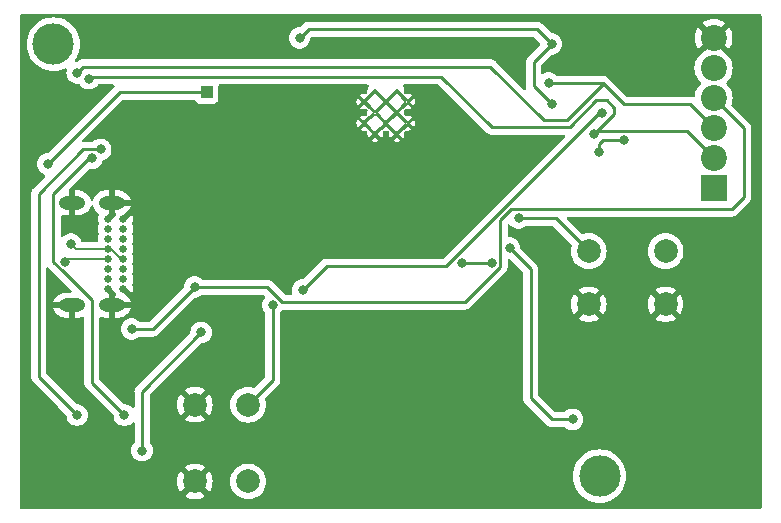
<source format=gbl>
G04 #@! TF.GenerationSoftware,KiCad,Pcbnew,7.0.8*
G04 #@! TF.CreationDate,2023-11-16T17:46:21+01:00*
G04 #@! TF.ProjectId,ESP32-aqs,45535033-322d-4617-9173-2e6b69636164,rev?*
G04 #@! TF.SameCoordinates,Original*
G04 #@! TF.FileFunction,Copper,L2,Bot*
G04 #@! TF.FilePolarity,Positive*
%FSLAX46Y46*%
G04 Gerber Fmt 4.6, Leading zero omitted, Abs format (unit mm)*
G04 Created by KiCad (PCBNEW 7.0.8) date 2023-11-16 17:46:21*
%MOMM*%
%LPD*%
G01*
G04 APERTURE LIST*
G04 #@! TA.AperFunction,ComponentPad*
%ADD10C,0.650000*%
G04 #@! TD*
G04 #@! TA.AperFunction,ComponentPad*
%ADD11O,2.216000X1.108000*%
G04 #@! TD*
G04 #@! TA.AperFunction,ComponentPad*
%ADD12C,3.500000*%
G04 #@! TD*
G04 #@! TA.AperFunction,ComponentPad*
%ADD13C,2.000000*%
G04 #@! TD*
G04 #@! TA.AperFunction,ComponentPad*
%ADD14C,0.300000*%
G04 #@! TD*
G04 #@! TA.AperFunction,ComponentPad*
%ADD15R,1.000000X1.000000*%
G04 #@! TD*
G04 #@! TA.AperFunction,ComponentPad*
%ADD16R,2.200000X2.200000*%
G04 #@! TD*
G04 #@! TA.AperFunction,ComponentPad*
%ADD17C,2.200000*%
G04 #@! TD*
G04 #@! TA.AperFunction,ViaPad*
%ADD18C,0.800000*%
G04 #@! TD*
G04 #@! TA.AperFunction,Conductor*
%ADD19C,0.250000*%
G04 #@! TD*
G04 #@! TA.AperFunction,Conductor*
%ADD20C,0.200000*%
G04 #@! TD*
G04 APERTURE END LIST*
D10*
X133430000Y-83380000D03*
X133430000Y-84230000D03*
X133430000Y-85080000D03*
X133430000Y-85930000D03*
X133430000Y-86780000D03*
X133430000Y-87630000D03*
X133430000Y-88480000D03*
X133430000Y-89330000D03*
X132080000Y-89330000D03*
X132080000Y-88480000D03*
X132080000Y-87630000D03*
X132080000Y-86780000D03*
X132080000Y-85930000D03*
X132080000Y-85080000D03*
X132080000Y-84230000D03*
X132080000Y-83380000D03*
D11*
X132450000Y-82030000D03*
X132450000Y-90680000D03*
X129070000Y-90680000D03*
X129070000Y-82030000D03*
D12*
X173736000Y-105156000D03*
D13*
X139482000Y-105612000D03*
X139482000Y-99112000D03*
X143982000Y-105612000D03*
X143982000Y-99112000D03*
D14*
X154727500Y-72530000D03*
X156562500Y-72530000D03*
X153810000Y-73447500D03*
X155645000Y-73447500D03*
X157480000Y-73447500D03*
X154727500Y-74365000D03*
X156562500Y-74365000D03*
X153810000Y-75282500D03*
X155645000Y-75282500D03*
X157480000Y-75282500D03*
X154727500Y-76200000D03*
X156562500Y-76200000D03*
D12*
X127500000Y-68580000D03*
D15*
X140462000Y-72644000D03*
D16*
X183388000Y-80772000D03*
D17*
X183388000Y-78232000D03*
X183388000Y-75692000D03*
X183388000Y-73152000D03*
X183388000Y-70612000D03*
X183388000Y-68072000D03*
D13*
X172824000Y-86106000D03*
X179324000Y-86106000D03*
X172824000Y-90606000D03*
X179324000Y-90606000D03*
D18*
X135750000Y-76000000D03*
X130750000Y-78250000D03*
X131500000Y-77500000D03*
X133500000Y-100000000D03*
X129500000Y-100000000D03*
X135000000Y-103000000D03*
X140000000Y-93000000D03*
X130500000Y-71500000D03*
X129512299Y-71012299D03*
X128500000Y-87000000D03*
X129000000Y-85500000D03*
X127000000Y-78740000D03*
X134112000Y-92710000D03*
X139446000Y-89154000D03*
X165100000Y-89408000D03*
X182324000Y-97850000D03*
X173687000Y-77749000D03*
X169672000Y-73660000D03*
X148336000Y-68072000D03*
X169672000Y-68580000D03*
X175768000Y-76708000D03*
X146050000Y-90678000D03*
X173309075Y-76199500D03*
X169418000Y-71882000D03*
X171450000Y-100350000D03*
X166116000Y-85852000D03*
X148590000Y-89408000D03*
X173941000Y-74447000D03*
X162052000Y-87122000D03*
X164592000Y-87122000D03*
X166878000Y-83312000D03*
D19*
X130750000Y-90250000D02*
X130750000Y-97250000D01*
X127500000Y-87025305D02*
X128199695Y-87725000D01*
X130750000Y-78250000D02*
X130500000Y-78250000D01*
X127500000Y-81250000D02*
X127500000Y-87025305D01*
X130500000Y-78250000D02*
X127500000Y-81250000D01*
X128199695Y-87725000D02*
X128225000Y-87725000D01*
X128225000Y-87725000D02*
X130750000Y-90250000D01*
X130750000Y-97250000D02*
X133500000Y-100000000D01*
X126250000Y-81250000D02*
X126250000Y-96750000D01*
X126250000Y-96750000D02*
X129500000Y-100000000D01*
X130000000Y-77500000D02*
X126250000Y-81250000D01*
X131500000Y-77500000D02*
X130000000Y-77500000D01*
D20*
X133213932Y-86780000D02*
X133430000Y-86780000D01*
X132363932Y-85930000D02*
X133213932Y-86780000D01*
X132080000Y-85930000D02*
X132363932Y-85930000D01*
D19*
X135000000Y-98000000D02*
X135000000Y-103000000D01*
X140000000Y-93000000D02*
X135000000Y-98000000D01*
X160334000Y-71353305D02*
X130834000Y-71353305D01*
X173470397Y-73353305D02*
X171212897Y-75610805D01*
X164591500Y-75610805D02*
X160334000Y-71353305D01*
X175000000Y-74000000D02*
X174353305Y-73353305D01*
X174353305Y-73353305D02*
X173470397Y-73353305D01*
X171212897Y-75610805D02*
X164591500Y-75610805D01*
X175000000Y-74508575D02*
X175000000Y-74000000D01*
X173309075Y-76199500D02*
X175000000Y-74508575D01*
X164500000Y-70500000D02*
X169000000Y-75000000D01*
X169000000Y-75000000D02*
X171000000Y-75000000D01*
X130024598Y-70500000D02*
X164500000Y-70500000D01*
X129512299Y-71012299D02*
X130024598Y-70500000D01*
X171000000Y-75000000D02*
X174054001Y-71946000D01*
X174054001Y-71946000D02*
X173990000Y-71882000D01*
D20*
X128720000Y-86780000D02*
X132080000Y-86780000D01*
X128500000Y-87000000D02*
X128720000Y-86780000D01*
X129430000Y-85930000D02*
X132080000Y-85930000D01*
X129000000Y-85500000D02*
X129430000Y-85930000D01*
D19*
X127000000Y-78740000D02*
X133096000Y-72644000D01*
X133096000Y-72644000D02*
X140462000Y-72644000D01*
X135890000Y-92710000D02*
X139446000Y-89154000D01*
X134112000Y-92710000D02*
X135890000Y-92710000D01*
X162315305Y-90424000D02*
X165317000Y-87422305D01*
X139446000Y-89154000D02*
X145551305Y-89154000D01*
X165317000Y-83468091D02*
X166235091Y-82550000D01*
X146812000Y-90414695D02*
X147056695Y-90414695D01*
X184912000Y-82550000D02*
X185928000Y-81534000D01*
X166235091Y-82550000D02*
X184912000Y-82550000D01*
X165317000Y-87422305D02*
X165317000Y-83468091D01*
X145551305Y-89154000D02*
X146812000Y-90414695D01*
X147056695Y-90414695D02*
X147066000Y-90424000D01*
X185928000Y-75692000D02*
X183388000Y-73152000D01*
X185928000Y-81534000D02*
X185928000Y-75692000D01*
X147066000Y-90424000D02*
X162315305Y-90424000D01*
X173687000Y-77011000D02*
X173990000Y-76708000D01*
X173687000Y-77749000D02*
X173687000Y-77011000D01*
X173990000Y-76708000D02*
X175768000Y-76708000D01*
X149098000Y-67310000D02*
X148336000Y-68072000D01*
X169672000Y-68580000D02*
X168402000Y-67310000D01*
X168148000Y-70104000D02*
X168148000Y-72136000D01*
X168148000Y-72136000D02*
X169672000Y-73660000D01*
X168402000Y-67310000D02*
X149098000Y-67310000D01*
X169672000Y-68580000D02*
X168148000Y-70104000D01*
X146050000Y-97044000D02*
X143982000Y-99112000D01*
X146050000Y-90678000D02*
X146050000Y-97044000D01*
X173309075Y-76199500D02*
X173562575Y-75946000D01*
X173562575Y-75946000D02*
X181102000Y-75946000D01*
X181102000Y-75946000D02*
X183388000Y-78232000D01*
X183388000Y-75692000D02*
X181356000Y-73660000D01*
X173990000Y-71882000D02*
X169418000Y-71882000D01*
X175768000Y-73660000D02*
X173990000Y-71882000D01*
X181356000Y-73660000D02*
X175768000Y-73660000D01*
X171450000Y-100350000D02*
X169692000Y-100350000D01*
X167894000Y-87630000D02*
X166116000Y-85852000D01*
X167894000Y-98552000D02*
X167894000Y-87630000D01*
X169692000Y-100350000D02*
X167894000Y-98552000D01*
X173941000Y-74447000D02*
X173701695Y-74447000D01*
X173701695Y-74447000D02*
X160772695Y-87376000D01*
X160772695Y-87376000D02*
X150622000Y-87376000D01*
X150622000Y-87376000D02*
X148590000Y-89408000D01*
X162052000Y-87122000D02*
X164592000Y-87122000D01*
X166878000Y-83312000D02*
X170030000Y-83312000D01*
X170030000Y-83312000D02*
X172824000Y-86106000D01*
G04 #@! TA.AperFunction,Conductor*
G36*
X132377137Y-89289086D02*
G01*
X132420932Y-89317379D01*
X132780742Y-89677189D01*
X132814227Y-89738512D01*
X132809243Y-89808204D01*
X132780742Y-89852551D01*
X132700000Y-89933293D01*
X132700000Y-90380000D01*
X132200000Y-90380000D01*
X132200000Y-89803553D01*
X131921628Y-89525181D01*
X131888143Y-89463858D01*
X131892582Y-89401776D01*
X131919613Y-89457905D01*
X131990992Y-89514827D01*
X132057468Y-89530000D01*
X132102532Y-89530000D01*
X132169008Y-89514827D01*
X132240387Y-89457905D01*
X132280000Y-89375649D01*
X132280000Y-89289609D01*
X132307471Y-89283770D01*
X132377137Y-89289086D01*
G37*
G04 #@! TD.AperFunction*
G04 #@! TA.AperFunction,Conductor*
G36*
X130812516Y-82230866D02*
G01*
X130864910Y-82277090D01*
X130878661Y-82307201D01*
X130917520Y-82435302D01*
X131015393Y-82618406D01*
X131147102Y-82778897D01*
X131288255Y-82894737D01*
X131327590Y-82952483D01*
X131329461Y-83022328D01*
X131322879Y-83041008D01*
X131322176Y-83042587D01*
X131268585Y-83207523D01*
X131268584Y-83207526D01*
X131250456Y-83380000D01*
X131268584Y-83552473D01*
X131268585Y-83552476D01*
X131322174Y-83717407D01*
X131322175Y-83717409D01*
X131332042Y-83734499D01*
X131348515Y-83802399D01*
X131332044Y-83858495D01*
X131314367Y-83889113D01*
X131314365Y-83889119D01*
X131260224Y-84055747D01*
X131260223Y-84055751D01*
X131241909Y-84230000D01*
X131260223Y-84404249D01*
X131260224Y-84404252D01*
X131314366Y-84570883D01*
X131327135Y-84593000D01*
X131343608Y-84660901D01*
X131327135Y-84717000D01*
X131314366Y-84739116D01*
X131267998Y-84881821D01*
X131260223Y-84905751D01*
X131241909Y-85080000D01*
X131252896Y-85184540D01*
X131240328Y-85253268D01*
X131192596Y-85304292D01*
X131129576Y-85321500D01*
X129987346Y-85321500D01*
X129920307Y-85301815D01*
X129874552Y-85249011D01*
X129869415Y-85235818D01*
X129834529Y-85128449D01*
X129834526Y-85128443D01*
X129739040Y-84963056D01*
X129611253Y-84821134D01*
X129456752Y-84708882D01*
X129282288Y-84631206D01*
X129282286Y-84631205D01*
X129095487Y-84591500D01*
X128904513Y-84591500D01*
X128717714Y-84631205D01*
X128543246Y-84708883D01*
X128388745Y-84821135D01*
X128349649Y-84864556D01*
X128290163Y-84901204D01*
X128220306Y-84899873D01*
X128162258Y-84860986D01*
X128134448Y-84796889D01*
X128133500Y-84781583D01*
X128133500Y-83182592D01*
X128153185Y-83115553D01*
X128205989Y-83069798D01*
X128275147Y-83059854D01*
X128293496Y-83063932D01*
X128309377Y-83068749D01*
X128464221Y-83084000D01*
X128820000Y-83084000D01*
X128820000Y-82330000D01*
X129320000Y-82330000D01*
X129320000Y-83084000D01*
X129675779Y-83084000D01*
X129830618Y-83068750D01*
X130029302Y-83008479D01*
X130212406Y-82910606D01*
X130372897Y-82778897D01*
X130504606Y-82618406D01*
X130602479Y-82435302D01*
X130641339Y-82307201D01*
X130679637Y-82248762D01*
X130743449Y-82220306D01*
X130812516Y-82230866D01*
G37*
G04 #@! TD.AperFunction*
G04 #@! TA.AperFunction,Conductor*
G36*
X132700000Y-82776705D02*
G01*
X132780743Y-82857448D01*
X132814228Y-82918771D01*
X132809244Y-82988463D01*
X132780743Y-83032810D01*
X132706994Y-83106559D01*
X132420931Y-83392621D01*
X132359608Y-83426105D01*
X132307469Y-83426229D01*
X132280000Y-83420390D01*
X132280000Y-83334351D01*
X132240387Y-83252095D01*
X132169008Y-83195173D01*
X132102532Y-83180000D01*
X132057468Y-83180000D01*
X131990992Y-83195173D01*
X131919613Y-83252095D01*
X131893862Y-83305565D01*
X131886571Y-83254853D01*
X131915596Y-83191297D01*
X131921628Y-83184819D01*
X132199999Y-82906447D01*
X132200000Y-82906446D01*
X132200000Y-82330000D01*
X132700000Y-82330000D01*
X132700000Y-82776705D01*
G37*
G04 #@! TD.AperFunction*
G04 #@! TA.AperFunction,Conductor*
G36*
X187394539Y-66060185D02*
G01*
X187440294Y-66112989D01*
X187451500Y-66164500D01*
X187451500Y-107825500D01*
X187431815Y-107892539D01*
X187379011Y-107938294D01*
X187327500Y-107949500D01*
X124800500Y-107949500D01*
X124733461Y-107929815D01*
X124687706Y-107877011D01*
X124676500Y-107825500D01*
X124676500Y-105612005D01*
X137976859Y-105612005D01*
X137997385Y-105859729D01*
X137997387Y-105859738D01*
X138058412Y-106100717D01*
X138158266Y-106328364D01*
X138258564Y-106481882D01*
X138956070Y-105784376D01*
X138958884Y-105797915D01*
X139028442Y-105932156D01*
X139131638Y-106042652D01*
X139260819Y-106121209D01*
X139312002Y-106135549D01*
X138611942Y-106835609D01*
X138658768Y-106872055D01*
X138658770Y-106872056D01*
X138877385Y-106990364D01*
X138877396Y-106990369D01*
X139112506Y-107071083D01*
X139357707Y-107112000D01*
X139606293Y-107112000D01*
X139851493Y-107071083D01*
X140086603Y-106990369D01*
X140086614Y-106990364D01*
X140305228Y-106872057D01*
X140305231Y-106872055D01*
X140352056Y-106835609D01*
X139653568Y-106137121D01*
X139770458Y-106086349D01*
X139887739Y-105990934D01*
X139974928Y-105867415D01*
X140005354Y-105781802D01*
X140705434Y-106481882D01*
X140805731Y-106328369D01*
X140905587Y-106100717D01*
X140966612Y-105859738D01*
X140966614Y-105859729D01*
X140987141Y-105612005D01*
X140987141Y-105612000D01*
X142468835Y-105612000D01*
X142487465Y-105848714D01*
X142542895Y-106079595D01*
X142542895Y-106079597D01*
X142633757Y-106298959D01*
X142633759Y-106298962D01*
X142757820Y-106501410D01*
X142757821Y-106501413D01*
X142757824Y-106501416D01*
X142912031Y-106681969D01*
X142999210Y-106756427D01*
X143092586Y-106836178D01*
X143092589Y-106836179D01*
X143295037Y-106960240D01*
X143295040Y-106960242D01*
X143514403Y-107051104D01*
X143514404Y-107051104D01*
X143514406Y-107051105D01*
X143745289Y-107106535D01*
X143982000Y-107125165D01*
X144218711Y-107106535D01*
X144449594Y-107051105D01*
X144449596Y-107051104D01*
X144449597Y-107051104D01*
X144668959Y-106960242D01*
X144668960Y-106960241D01*
X144668963Y-106960240D01*
X144871416Y-106836176D01*
X145051969Y-106681969D01*
X145206176Y-106501416D01*
X145330240Y-106298963D01*
X145334915Y-106287678D01*
X145421104Y-106079597D01*
X145421104Y-106079596D01*
X145421105Y-106079594D01*
X145476535Y-105848711D01*
X145495165Y-105612000D01*
X145476535Y-105375289D01*
X145423888Y-105156000D01*
X171472654Y-105156000D01*
X171492017Y-105451424D01*
X171492018Y-105451436D01*
X171549774Y-105741789D01*
X171549779Y-105741809D01*
X171644937Y-106022137D01*
X171644941Y-106022147D01*
X171775879Y-106287663D01*
X171775888Y-106287678D01*
X171803074Y-106328364D01*
X171918703Y-106501416D01*
X171940368Y-106533839D01*
X172135572Y-106756427D01*
X172225862Y-106835609D01*
X172358162Y-106951633D01*
X172604327Y-107116115D01*
X172604330Y-107116116D01*
X172604336Y-107116120D01*
X172869852Y-107247058D01*
X172869862Y-107247062D01*
X173150190Y-107342220D01*
X173150194Y-107342221D01*
X173150203Y-107342224D01*
X173346493Y-107381269D01*
X173440563Y-107399981D01*
X173440564Y-107399981D01*
X173440574Y-107399983D01*
X173736000Y-107419346D01*
X174031426Y-107399983D01*
X174321797Y-107342224D01*
X174321809Y-107342220D01*
X174602137Y-107247062D01*
X174602147Y-107247058D01*
X174867663Y-107116120D01*
X174867663Y-107116119D01*
X174867673Y-107116115D01*
X175113838Y-106951633D01*
X175336427Y-106756427D01*
X175531633Y-106533838D01*
X175696115Y-106287673D01*
X175827059Y-106022145D01*
X175846270Y-105965553D01*
X175922220Y-105741809D01*
X175922220Y-105741808D01*
X175922224Y-105741797D01*
X175979983Y-105451426D01*
X175999346Y-105156000D01*
X175979983Y-104860574D01*
X175922224Y-104570203D01*
X175912661Y-104542031D01*
X175827062Y-104289862D01*
X175827058Y-104289852D01*
X175696120Y-104024336D01*
X175696111Y-104024321D01*
X175592191Y-103868794D01*
X175531633Y-103778162D01*
X175488864Y-103729393D01*
X175336427Y-103555572D01*
X175138222Y-103381751D01*
X175113838Y-103360367D01*
X174992417Y-103279236D01*
X174867678Y-103195888D01*
X174867663Y-103195879D01*
X174602147Y-103064941D01*
X174602137Y-103064937D01*
X174321809Y-102969779D01*
X174321789Y-102969774D01*
X174031436Y-102912018D01*
X174031427Y-102912017D01*
X174031426Y-102912017D01*
X173736000Y-102892654D01*
X173440574Y-102912017D01*
X173440573Y-102912017D01*
X173440563Y-102912018D01*
X173150210Y-102969774D01*
X173150190Y-102969779D01*
X172869862Y-103064937D01*
X172869852Y-103064941D01*
X172604336Y-103195879D01*
X172604321Y-103195888D01*
X172358160Y-103360368D01*
X172135572Y-103555572D01*
X171940368Y-103778160D01*
X171775888Y-104024321D01*
X171775879Y-104024336D01*
X171644941Y-104289852D01*
X171644937Y-104289862D01*
X171549779Y-104570190D01*
X171549774Y-104570210D01*
X171492018Y-104860563D01*
X171492017Y-104860575D01*
X171472654Y-105156000D01*
X145423888Y-105156000D01*
X145421105Y-105144406D01*
X145421104Y-105144403D01*
X145421104Y-105144402D01*
X145330242Y-104925040D01*
X145330240Y-104925037D01*
X145206179Y-104722589D01*
X145206178Y-104722586D01*
X145171340Y-104681797D01*
X145051969Y-104542031D01*
X144872078Y-104388389D01*
X144871413Y-104387821D01*
X144871410Y-104387820D01*
X144668962Y-104263759D01*
X144668959Y-104263757D01*
X144449596Y-104172895D01*
X144218714Y-104117465D01*
X143982000Y-104098835D01*
X143745285Y-104117465D01*
X143514404Y-104172895D01*
X143514402Y-104172895D01*
X143295040Y-104263757D01*
X143295037Y-104263759D01*
X143092589Y-104387820D01*
X143092586Y-104387821D01*
X142912031Y-104542031D01*
X142757821Y-104722586D01*
X142757820Y-104722589D01*
X142633759Y-104925037D01*
X142633757Y-104925040D01*
X142542895Y-105144402D01*
X142542895Y-105144404D01*
X142487465Y-105375285D01*
X142468835Y-105612000D01*
X140987141Y-105612000D01*
X140987141Y-105611994D01*
X140966614Y-105364270D01*
X140966612Y-105364261D01*
X140905587Y-105123282D01*
X140805731Y-104895630D01*
X140705434Y-104742116D01*
X140007929Y-105439622D01*
X140005116Y-105426085D01*
X139935558Y-105291844D01*
X139832362Y-105181348D01*
X139703181Y-105102791D01*
X139651997Y-105088450D01*
X140352057Y-104388390D01*
X140352056Y-104388389D01*
X140305229Y-104351943D01*
X140086614Y-104233635D01*
X140086603Y-104233630D01*
X139851493Y-104152916D01*
X139606293Y-104112000D01*
X139357707Y-104112000D01*
X139112506Y-104152916D01*
X138877396Y-104233630D01*
X138877390Y-104233632D01*
X138658761Y-104351949D01*
X138611942Y-104388388D01*
X138611942Y-104388390D01*
X139310431Y-105086878D01*
X139193542Y-105137651D01*
X139076261Y-105233066D01*
X138989072Y-105356585D01*
X138958645Y-105442197D01*
X138258564Y-104742116D01*
X138158267Y-104895632D01*
X138058412Y-105123282D01*
X137997387Y-105364261D01*
X137997385Y-105364270D01*
X137976859Y-105611994D01*
X137976859Y-105612005D01*
X124676500Y-105612005D01*
X124676500Y-68580000D01*
X125236654Y-68580000D01*
X125256017Y-68875424D01*
X125256018Y-68875436D01*
X125313774Y-69165789D01*
X125313779Y-69165809D01*
X125408937Y-69446137D01*
X125408941Y-69446147D01*
X125539879Y-69711663D01*
X125539888Y-69711678D01*
X125551248Y-69728679D01*
X125699386Y-69950384D01*
X125704368Y-69957839D01*
X125899572Y-70180427D01*
X126070225Y-70330085D01*
X126122162Y-70375633D01*
X126368327Y-70540115D01*
X126368330Y-70540116D01*
X126368336Y-70540120D01*
X126633852Y-70671058D01*
X126633862Y-70671062D01*
X126914190Y-70766220D01*
X126914194Y-70766221D01*
X126914203Y-70766224D01*
X127110493Y-70805269D01*
X127204563Y-70823981D01*
X127204564Y-70823981D01*
X127204574Y-70823983D01*
X127500000Y-70843346D01*
X127795426Y-70823983D01*
X128085797Y-70766224D01*
X128290942Y-70696587D01*
X128366137Y-70671062D01*
X128366140Y-70671061D01*
X128366141Y-70671060D01*
X128366145Y-70671059D01*
X128461907Y-70623834D01*
X128530735Y-70611838D01*
X128595126Y-70638959D01*
X128634633Y-70696587D01*
X128636712Y-70766426D01*
X128634680Y-70773363D01*
X128619247Y-70820861D01*
X128618757Y-70822371D01*
X128598795Y-71012299D01*
X128618757Y-71202227D01*
X128618758Y-71202230D01*
X128677769Y-71383848D01*
X128677772Y-71383855D01*
X128773259Y-71549243D01*
X128901046Y-71691165D01*
X129055547Y-71803417D01*
X129230011Y-71881093D01*
X129416812Y-71920799D01*
X129607777Y-71920799D01*
X129607786Y-71920799D01*
X129607794Y-71920797D01*
X129608880Y-71920683D01*
X129609515Y-71920799D01*
X129614285Y-71920799D01*
X129614285Y-71921671D01*
X129677610Y-71933247D01*
X129728638Y-71980974D01*
X129729239Y-71982002D01*
X129760960Y-72036944D01*
X129888442Y-72178528D01*
X129888747Y-72178866D01*
X130043248Y-72291118D01*
X130217712Y-72368794D01*
X130404513Y-72408500D01*
X130595487Y-72408500D01*
X130782288Y-72368794D01*
X130956752Y-72291118D01*
X131111253Y-72178866D01*
X131239040Y-72036944D01*
X131239040Y-72036943D01*
X131243388Y-72032115D01*
X131244527Y-72033140D01*
X131293660Y-71995254D01*
X131338649Y-71986805D01*
X132553986Y-71986805D01*
X132621025Y-72006490D01*
X132666780Y-72059294D01*
X132676724Y-72128452D01*
X132649527Y-72189849D01*
X132628781Y-72214925D01*
X132624849Y-72219246D01*
X127048914Y-77795181D01*
X126987591Y-77828666D01*
X126961233Y-77831500D01*
X126904513Y-77831500D01*
X126717714Y-77871205D01*
X126716926Y-77871556D01*
X126565599Y-77938931D01*
X126543246Y-77948883D01*
X126388745Y-78061135D01*
X126260959Y-78203057D01*
X126165473Y-78368443D01*
X126165470Y-78368450D01*
X126127795Y-78484403D01*
X126106458Y-78550072D01*
X126086496Y-78740000D01*
X126106458Y-78929928D01*
X126106459Y-78929931D01*
X126165470Y-79111549D01*
X126165473Y-79111556D01*
X126260960Y-79276944D01*
X126388747Y-79418866D01*
X126543248Y-79531118D01*
X126717712Y-79608794D01*
X126723246Y-79609970D01*
X126784728Y-79643158D01*
X126818509Y-79704319D01*
X126813860Y-79774034D01*
X126785152Y-79818942D01*
X125861179Y-80742914D01*
X125848820Y-80752818D01*
X125848993Y-80753027D01*
X125842983Y-80757999D01*
X125795016Y-80809078D01*
X125773872Y-80830222D01*
X125773857Y-80830239D01*
X125769531Y-80835814D01*
X125765747Y-80840244D01*
X125733419Y-80874671D01*
X125733412Y-80874681D01*
X125723579Y-80892567D01*
X125712903Y-80908820D01*
X125700386Y-80924957D01*
X125700385Y-80924959D01*
X125681625Y-80968310D01*
X125679055Y-80973556D01*
X125656303Y-81014941D01*
X125656303Y-81014942D01*
X125651225Y-81034720D01*
X125644925Y-81053122D01*
X125636818Y-81071857D01*
X125629431Y-81118495D01*
X125628246Y-81124216D01*
X125616500Y-81169965D01*
X125616500Y-81190384D01*
X125614973Y-81209783D01*
X125611780Y-81229941D01*
X125611780Y-81229942D01*
X125616225Y-81276966D01*
X125616500Y-81282804D01*
X125616500Y-96666366D01*
X125614761Y-96682113D01*
X125615032Y-96682139D01*
X125614298Y-96689905D01*
X125616500Y-96759957D01*
X125616500Y-96789859D01*
X125617384Y-96796856D01*
X125617842Y-96802679D01*
X125619326Y-96849889D01*
X125619327Y-96849891D01*
X125625022Y-96869495D01*
X125628967Y-96888542D01*
X125631526Y-96908797D01*
X125631527Y-96908800D01*
X125631528Y-96908803D01*
X125648914Y-96952716D01*
X125650806Y-96958244D01*
X125663981Y-97003592D01*
X125674372Y-97021162D01*
X125682932Y-97038635D01*
X125690447Y-97057617D01*
X125718209Y-97095827D01*
X125721416Y-97100710D01*
X125745458Y-97141362D01*
X125745462Y-97141366D01*
X125759889Y-97155793D01*
X125772526Y-97170588D01*
X125784528Y-97187107D01*
X125820931Y-97217222D01*
X125825231Y-97221135D01*
X127885678Y-99281583D01*
X128553379Y-99949284D01*
X128586864Y-100010607D01*
X128589018Y-100023999D01*
X128606458Y-100189928D01*
X128606459Y-100189931D01*
X128665470Y-100371549D01*
X128665473Y-100371556D01*
X128760960Y-100536944D01*
X128888747Y-100678866D01*
X129043248Y-100791118D01*
X129217712Y-100868794D01*
X129404513Y-100908500D01*
X129595487Y-100908500D01*
X129782288Y-100868794D01*
X129956752Y-100791118D01*
X130111253Y-100678866D01*
X130239040Y-100536944D01*
X130334527Y-100371556D01*
X130393542Y-100189928D01*
X130413504Y-100000000D01*
X130393542Y-99810072D01*
X130334527Y-99628444D01*
X130239040Y-99463056D01*
X130111253Y-99321134D01*
X129956752Y-99208882D01*
X129782288Y-99131206D01*
X129782286Y-99131205D01*
X129595487Y-99091500D01*
X129538766Y-99091500D01*
X129471727Y-99071815D01*
X129451085Y-99055181D01*
X126919819Y-96523914D01*
X126886334Y-96462591D01*
X126883500Y-96436233D01*
X126883500Y-87604071D01*
X126903185Y-87537032D01*
X126955989Y-87491277D01*
X127025147Y-87481333D01*
X127088703Y-87510358D01*
X127095181Y-87516390D01*
X127692605Y-88113814D01*
X127702511Y-88126178D01*
X127702721Y-88126005D01*
X127707696Y-88132019D01*
X127758789Y-88179999D01*
X127779920Y-88201129D01*
X127779925Y-88201134D01*
X127785497Y-88205456D01*
X127789937Y-88209249D01*
X127824373Y-88241586D01*
X127842262Y-88251420D01*
X127858528Y-88262104D01*
X127880819Y-88279395D01*
X127880500Y-88279805D01*
X127895655Y-88291559D01*
X129018415Y-89414319D01*
X129051900Y-89475642D01*
X129046916Y-89545334D01*
X129005044Y-89601267D01*
X128939580Y-89625684D01*
X128930734Y-89626000D01*
X128464221Y-89626000D01*
X128309381Y-89641249D01*
X128110697Y-89701520D01*
X127927593Y-89799393D01*
X127767102Y-89931102D01*
X127635393Y-90091593D01*
X127537520Y-90274696D01*
X127490409Y-90429999D01*
X127490410Y-90430000D01*
X128503889Y-90430000D01*
X128464390Y-90454457D01*
X128396799Y-90543962D01*
X128366105Y-90651840D01*
X128376454Y-90763521D01*
X128426448Y-90863922D01*
X128498931Y-90930000D01*
X127490410Y-90930000D01*
X127537520Y-91085303D01*
X127635393Y-91268406D01*
X127767102Y-91428897D01*
X127927593Y-91560606D01*
X128110697Y-91658479D01*
X128309381Y-91718750D01*
X128464221Y-91734000D01*
X128820000Y-91734000D01*
X128820000Y-90980000D01*
X129320000Y-90980000D01*
X129320000Y-91734000D01*
X129675779Y-91734000D01*
X129830622Y-91718749D01*
X129956504Y-91680563D01*
X130026371Y-91679939D01*
X130085484Y-91717186D01*
X130115075Y-91780480D01*
X130116500Y-91799223D01*
X130116500Y-97166366D01*
X130114761Y-97182113D01*
X130115032Y-97182139D01*
X130114298Y-97189905D01*
X130116500Y-97259957D01*
X130116500Y-97289859D01*
X130117384Y-97296856D01*
X130117842Y-97302679D01*
X130119326Y-97349889D01*
X130119327Y-97349891D01*
X130125022Y-97369495D01*
X130128967Y-97388542D01*
X130131526Y-97408797D01*
X130131527Y-97408800D01*
X130131528Y-97408803D01*
X130148914Y-97452716D01*
X130150806Y-97458244D01*
X130163981Y-97503592D01*
X130174372Y-97521162D01*
X130182932Y-97538635D01*
X130190447Y-97557617D01*
X130218209Y-97595827D01*
X130221416Y-97600710D01*
X130245458Y-97641362D01*
X130245462Y-97641366D01*
X130259889Y-97655793D01*
X130272526Y-97670588D01*
X130284528Y-97687107D01*
X130320931Y-97717222D01*
X130325231Y-97721135D01*
X131444731Y-98840635D01*
X132553378Y-99949282D01*
X132586863Y-100010605D01*
X132589018Y-100024001D01*
X132596992Y-100099868D01*
X132606458Y-100189928D01*
X132606459Y-100189931D01*
X132665470Y-100371549D01*
X132665473Y-100371556D01*
X132760960Y-100536944D01*
X132888747Y-100678866D01*
X133043248Y-100791118D01*
X133217712Y-100868794D01*
X133404513Y-100908500D01*
X133595487Y-100908500D01*
X133782288Y-100868794D01*
X133956752Y-100791118D01*
X134111253Y-100678866D01*
X134150350Y-100635443D01*
X134209836Y-100598795D01*
X134279693Y-100600125D01*
X134337742Y-100639012D01*
X134365552Y-100703108D01*
X134366500Y-100718416D01*
X134366500Y-102298241D01*
X134346815Y-102365280D01*
X134334650Y-102381213D01*
X134260963Y-102463050D01*
X134260958Y-102463057D01*
X134165473Y-102628443D01*
X134165470Y-102628450D01*
X134106459Y-102810068D01*
X134106458Y-102810072D01*
X134086496Y-103000000D01*
X134106458Y-103189928D01*
X134106459Y-103189931D01*
X134165470Y-103371549D01*
X134165473Y-103371556D01*
X134260960Y-103536944D01*
X134388747Y-103678866D01*
X134543248Y-103791118D01*
X134717712Y-103868794D01*
X134904513Y-103908500D01*
X135095487Y-103908500D01*
X135282288Y-103868794D01*
X135456752Y-103791118D01*
X135611253Y-103678866D01*
X135739040Y-103536944D01*
X135834527Y-103371556D01*
X135893542Y-103189928D01*
X135913504Y-103000000D01*
X135893542Y-102810072D01*
X135834527Y-102628444D01*
X135739040Y-102463056D01*
X135739036Y-102463050D01*
X135665350Y-102381213D01*
X135635120Y-102318221D01*
X135633500Y-102298241D01*
X135633500Y-99112005D01*
X137976859Y-99112005D01*
X137997385Y-99359729D01*
X137997387Y-99359738D01*
X138058412Y-99600717D01*
X138158266Y-99828364D01*
X138258564Y-99981882D01*
X138956070Y-99284376D01*
X138958884Y-99297915D01*
X139028442Y-99432156D01*
X139131638Y-99542652D01*
X139260819Y-99621209D01*
X139312002Y-99635549D01*
X138611942Y-100335609D01*
X138658768Y-100372055D01*
X138658770Y-100372056D01*
X138877385Y-100490364D01*
X138877396Y-100490369D01*
X139112506Y-100571083D01*
X139357707Y-100612000D01*
X139606293Y-100612000D01*
X139851493Y-100571083D01*
X140086603Y-100490369D01*
X140086614Y-100490364D01*
X140305228Y-100372057D01*
X140305231Y-100372055D01*
X140352056Y-100335609D01*
X139653568Y-99637121D01*
X139770458Y-99586349D01*
X139887739Y-99490934D01*
X139974928Y-99367415D01*
X140005354Y-99281802D01*
X140705434Y-99981882D01*
X140805731Y-99828369D01*
X140905587Y-99600717D01*
X140966612Y-99359738D01*
X140966614Y-99359729D01*
X140987141Y-99112005D01*
X140987141Y-99111994D01*
X140966614Y-98864270D01*
X140966612Y-98864261D01*
X140905587Y-98623282D01*
X140805731Y-98395630D01*
X140705434Y-98242116D01*
X140007929Y-98939622D01*
X140005116Y-98926085D01*
X139935558Y-98791844D01*
X139832362Y-98681348D01*
X139703181Y-98602791D01*
X139651997Y-98588450D01*
X140352057Y-97888390D01*
X140352056Y-97888389D01*
X140305229Y-97851943D01*
X140086614Y-97733635D01*
X140086603Y-97733630D01*
X139851493Y-97652916D01*
X139606293Y-97612000D01*
X139357707Y-97612000D01*
X139112506Y-97652916D01*
X138877396Y-97733630D01*
X138877390Y-97733632D01*
X138658761Y-97851949D01*
X138611942Y-97888388D01*
X138611942Y-97888390D01*
X139310431Y-98586878D01*
X139193542Y-98637651D01*
X139076261Y-98733066D01*
X138989072Y-98856585D01*
X138958645Y-98942197D01*
X138258564Y-98242116D01*
X138158267Y-98395632D01*
X138058412Y-98623282D01*
X137997387Y-98864261D01*
X137997385Y-98864270D01*
X137976859Y-99111994D01*
X137976859Y-99112005D01*
X135633500Y-99112005D01*
X135633500Y-98313766D01*
X135653185Y-98246727D01*
X135669819Y-98226085D01*
X139951086Y-93944819D01*
X140012409Y-93911334D01*
X140038767Y-93908500D01*
X140095487Y-93908500D01*
X140282288Y-93868794D01*
X140456752Y-93791118D01*
X140611253Y-93678866D01*
X140739040Y-93536944D01*
X140834527Y-93371556D01*
X140893542Y-93189928D01*
X140913504Y-93000000D01*
X140893542Y-92810072D01*
X140834527Y-92628444D01*
X140739040Y-92463056D01*
X140611253Y-92321134D01*
X140456752Y-92208882D01*
X140282288Y-92131206D01*
X140282286Y-92131205D01*
X140095487Y-92091500D01*
X139904513Y-92091500D01*
X139717714Y-92131205D01*
X139543246Y-92208883D01*
X139388745Y-92321135D01*
X139260959Y-92463057D01*
X139165473Y-92628443D01*
X139165470Y-92628450D01*
X139106459Y-92810068D01*
X139106458Y-92810072D01*
X139097014Y-92899928D01*
X139089019Y-92975996D01*
X139062434Y-93040610D01*
X139053379Y-93050715D01*
X134611179Y-97492914D01*
X134598820Y-97502818D01*
X134598993Y-97503027D01*
X134592983Y-97507999D01*
X134592982Y-97507999D01*
X134592982Y-97508000D01*
X134562018Y-97540973D01*
X134545016Y-97559078D01*
X134523872Y-97580222D01*
X134523857Y-97580239D01*
X134519531Y-97585814D01*
X134515747Y-97590244D01*
X134483419Y-97624671D01*
X134483412Y-97624681D01*
X134473579Y-97642567D01*
X134462903Y-97658820D01*
X134450386Y-97674957D01*
X134450385Y-97674959D01*
X134431625Y-97718310D01*
X134429055Y-97723556D01*
X134406303Y-97764941D01*
X134406303Y-97764942D01*
X134401225Y-97784720D01*
X134394925Y-97803122D01*
X134386818Y-97821857D01*
X134379431Y-97868495D01*
X134378246Y-97874216D01*
X134366500Y-97919965D01*
X134366500Y-97940384D01*
X134364973Y-97959783D01*
X134361780Y-97979941D01*
X134361780Y-97979942D01*
X134366225Y-98026966D01*
X134366500Y-98032804D01*
X134366500Y-99281583D01*
X134346815Y-99348622D01*
X134294011Y-99394377D01*
X134224853Y-99404321D01*
X134161297Y-99375296D01*
X134150351Y-99364556D01*
X134111254Y-99321135D01*
X133978872Y-99224953D01*
X133956752Y-99208882D01*
X133782288Y-99131206D01*
X133782286Y-99131205D01*
X133595487Y-99091500D01*
X133538767Y-99091500D01*
X133471728Y-99071815D01*
X133451086Y-99055181D01*
X131419819Y-97023914D01*
X131386334Y-96962591D01*
X131383500Y-96936233D01*
X131383500Y-91793156D01*
X131403185Y-91726117D01*
X131455989Y-91680362D01*
X131525147Y-91670418D01*
X131543496Y-91674496D01*
X131689377Y-91718749D01*
X131844221Y-91734000D01*
X132200000Y-91734000D01*
X132200000Y-90980000D01*
X132700000Y-90980000D01*
X132700000Y-91734000D01*
X133055779Y-91734000D01*
X133210618Y-91718750D01*
X133409302Y-91658479D01*
X133592406Y-91560606D01*
X133752897Y-91428897D01*
X133884606Y-91268406D01*
X133982479Y-91085303D01*
X134029590Y-90930000D01*
X133366111Y-90930000D01*
X133405610Y-90905543D01*
X133473201Y-90816038D01*
X133503895Y-90708160D01*
X133493546Y-90596479D01*
X133443552Y-90496078D01*
X133371069Y-90430000D01*
X134029590Y-90430000D01*
X134029590Y-90429999D01*
X133982479Y-90274696D01*
X133887077Y-90096215D01*
X133875447Y-90094490D01*
X133812022Y-90065182D01*
X133805960Y-90059513D01*
X133271628Y-89525181D01*
X133238143Y-89463858D01*
X133242582Y-89401776D01*
X133269613Y-89457905D01*
X133340992Y-89514827D01*
X133407468Y-89530000D01*
X133452532Y-89530000D01*
X133519008Y-89514827D01*
X133590387Y-89457905D01*
X133630000Y-89375649D01*
X133630000Y-89289609D01*
X133657471Y-89283770D01*
X133727137Y-89289086D01*
X133770932Y-89317379D01*
X134163350Y-89709797D01*
X134187827Y-89667402D01*
X134241414Y-89502476D01*
X134241415Y-89502473D01*
X134259543Y-89330000D01*
X134241415Y-89157526D01*
X134241414Y-89157523D01*
X134187826Y-88992595D01*
X134177956Y-88975499D01*
X134161483Y-88907598D01*
X134177955Y-88851502D01*
X134195634Y-88820882D01*
X134249777Y-88654249D01*
X134268091Y-88480000D01*
X134249777Y-88305751D01*
X134195634Y-88139118D01*
X134195634Y-88139117D01*
X134182865Y-88117001D01*
X134166391Y-88049101D01*
X134182865Y-87992999D01*
X134195634Y-87970882D01*
X134201889Y-87951630D01*
X134249777Y-87804249D01*
X134268091Y-87630000D01*
X134249777Y-87455751D01*
X134195634Y-87289118D01*
X134195634Y-87289117D01*
X134182865Y-87267001D01*
X134166391Y-87199101D01*
X134182865Y-87142999D01*
X134195634Y-87120882D01*
X134249777Y-86954249D01*
X134268091Y-86780000D01*
X134249777Y-86605751D01*
X134198349Y-86447473D01*
X134195634Y-86439117D01*
X134182865Y-86417001D01*
X134166391Y-86349101D01*
X134182865Y-86292999D01*
X134195634Y-86270882D01*
X134201378Y-86253205D01*
X134249777Y-86104249D01*
X134268091Y-85930000D01*
X134249777Y-85755751D01*
X134211648Y-85638402D01*
X134195634Y-85589117D01*
X134182865Y-85567001D01*
X134166391Y-85499101D01*
X134182865Y-85442999D01*
X134195634Y-85420882D01*
X134249777Y-85254249D01*
X134268091Y-85080000D01*
X134249777Y-84905751D01*
X134195634Y-84739118D01*
X134195634Y-84739117D01*
X134182865Y-84717001D01*
X134166391Y-84649101D01*
X134182865Y-84592999D01*
X134195634Y-84570882D01*
X134204278Y-84544278D01*
X134249777Y-84404249D01*
X134268091Y-84230000D01*
X134249777Y-84055751D01*
X134195634Y-83889118D01*
X134195631Y-83889113D01*
X134177957Y-83858499D01*
X134161484Y-83790598D01*
X134177958Y-83734497D01*
X134187826Y-83717404D01*
X134241414Y-83552476D01*
X134241415Y-83552473D01*
X134259543Y-83380000D01*
X134241415Y-83207526D01*
X134241414Y-83207523D01*
X134187826Y-83042595D01*
X134163349Y-83000202D01*
X133770931Y-83392620D01*
X133709608Y-83426105D01*
X133657469Y-83426229D01*
X133630000Y-83420390D01*
X133630000Y-83334351D01*
X133590387Y-83252095D01*
X133519008Y-83195173D01*
X133452532Y-83180000D01*
X133407468Y-83180000D01*
X133340992Y-83195173D01*
X133269613Y-83252095D01*
X133243862Y-83305565D01*
X133236571Y-83254853D01*
X133265596Y-83191297D01*
X133271628Y-83184819D01*
X133805961Y-82650485D01*
X133867284Y-82617000D01*
X133875448Y-82615508D01*
X133887078Y-82613782D01*
X133982479Y-82435303D01*
X134029590Y-82280000D01*
X133366111Y-82280000D01*
X133405610Y-82255543D01*
X133473201Y-82166038D01*
X133503895Y-82058160D01*
X133493546Y-81946479D01*
X133443552Y-81846078D01*
X133371069Y-81780000D01*
X134029590Y-81780000D01*
X134029590Y-81779999D01*
X133982479Y-81624696D01*
X133884606Y-81441593D01*
X133752897Y-81281102D01*
X133592406Y-81149393D01*
X133409302Y-81051520D01*
X133210618Y-80991249D01*
X133055779Y-80976000D01*
X132700000Y-80976000D01*
X132700000Y-81730000D01*
X132200000Y-81730000D01*
X132200000Y-80976000D01*
X131844221Y-80976000D01*
X131689381Y-80991249D01*
X131490697Y-81051520D01*
X131307593Y-81149393D01*
X131147102Y-81281102D01*
X131015393Y-81441593D01*
X130917520Y-81624696D01*
X130878661Y-81752799D01*
X130840363Y-81811237D01*
X130776551Y-81839694D01*
X130707484Y-81829133D01*
X130655090Y-81782909D01*
X130641339Y-81752799D01*
X130602479Y-81624696D01*
X130504606Y-81441593D01*
X130372897Y-81281102D01*
X130212406Y-81149393D01*
X130029302Y-81051520D01*
X129830618Y-80991249D01*
X129675779Y-80976000D01*
X129320000Y-80976000D01*
X129320000Y-81730000D01*
X128820000Y-81730000D01*
X128820000Y-80965498D01*
X128799147Y-80927309D01*
X128804131Y-80857617D01*
X128832628Y-80813274D01*
X130469091Y-79176811D01*
X130530412Y-79143328D01*
X130582551Y-79143204D01*
X130654513Y-79158500D01*
X130845487Y-79158500D01*
X131032288Y-79118794D01*
X131206752Y-79041118D01*
X131361253Y-78928866D01*
X131489040Y-78786944D01*
X131584527Y-78621556D01*
X131635954Y-78463279D01*
X131675390Y-78405607D01*
X131728100Y-78380311D01*
X131782288Y-78368794D01*
X131956752Y-78291118D01*
X132111253Y-78178866D01*
X132239040Y-78036944D01*
X132334527Y-77871556D01*
X132393542Y-77689928D01*
X132413504Y-77500000D01*
X132393542Y-77310072D01*
X132334527Y-77128444D01*
X132239040Y-76963056D01*
X132111253Y-76821134D01*
X132019445Y-76754431D01*
X154385199Y-76754431D01*
X154495312Y-76812223D01*
X154648575Y-76850000D01*
X154806425Y-76850000D01*
X154959685Y-76812224D01*
X155069797Y-76754431D01*
X156220199Y-76754431D01*
X156330312Y-76812223D01*
X156483575Y-76850000D01*
X156641425Y-76850000D01*
X156794685Y-76812224D01*
X156904799Y-76754430D01*
X156562501Y-76412132D01*
X156562500Y-76412132D01*
X156220199Y-76754430D01*
X156220199Y-76754431D01*
X155069797Y-76754431D01*
X155069799Y-76754430D01*
X154727501Y-76412132D01*
X154727500Y-76412132D01*
X154385199Y-76754430D01*
X154385199Y-76754431D01*
X132019445Y-76754431D01*
X131956752Y-76708882D01*
X131782288Y-76631206D01*
X131782286Y-76631205D01*
X131595487Y-76591500D01*
X131404513Y-76591500D01*
X131217714Y-76631205D01*
X131217712Y-76631206D01*
X131067562Y-76698057D01*
X131043246Y-76708883D01*
X130888745Y-76821135D01*
X130884840Y-76825473D01*
X130825354Y-76862121D01*
X130792691Y-76866500D01*
X130083631Y-76866500D01*
X130067875Y-76864760D01*
X130067850Y-76865032D01*
X130058854Y-76864181D01*
X130057412Y-76863605D01*
X130056585Y-76863514D01*
X130052482Y-76862597D01*
X130052679Y-76861715D01*
X129993966Y-76838270D01*
X129953388Y-76781392D01*
X129950002Y-76711604D01*
X129982849Y-76653053D01*
X130798972Y-75836931D01*
X153467699Y-75836931D01*
X153577812Y-75894723D01*
X153731075Y-75932500D01*
X153888926Y-75932500D01*
X153888928Y-75932499D01*
X153937453Y-75920539D01*
X154007255Y-75923607D01*
X154064318Y-75963926D01*
X154090523Y-76028695D01*
X154090225Y-76055881D01*
X154072726Y-76199999D01*
X154091753Y-76356699D01*
X154147722Y-76504283D01*
X154147725Y-76504288D01*
X154173596Y-76541770D01*
X154173597Y-76541770D01*
X154482876Y-76232492D01*
X154627500Y-76232492D01*
X154665697Y-76285065D01*
X154711662Y-76300000D01*
X154743338Y-76300000D01*
X154789303Y-76285065D01*
X154827500Y-76232492D01*
X154827500Y-76200000D01*
X154939632Y-76200000D01*
X155281401Y-76541770D01*
X155307273Y-76504290D01*
X155363247Y-76356697D01*
X155382273Y-76200000D01*
X155364774Y-76055882D01*
X155376234Y-75986959D01*
X155423138Y-75935172D01*
X155490593Y-75916965D01*
X155517546Y-75920538D01*
X155566077Y-75932500D01*
X155723926Y-75932500D01*
X155723928Y-75932499D01*
X155772453Y-75920539D01*
X155842255Y-75923607D01*
X155899318Y-75963926D01*
X155925523Y-76028695D01*
X155925225Y-76055881D01*
X155907726Y-76199999D01*
X155926753Y-76356699D01*
X155982722Y-76504283D01*
X155982725Y-76504288D01*
X156008596Y-76541770D01*
X156008597Y-76541770D01*
X156317876Y-76232492D01*
X156462500Y-76232492D01*
X156500697Y-76285065D01*
X156546662Y-76300000D01*
X156578338Y-76300000D01*
X156624303Y-76285065D01*
X156662500Y-76232492D01*
X156662500Y-76200000D01*
X156774632Y-76200000D01*
X157116401Y-76541770D01*
X157142273Y-76504290D01*
X157198247Y-76356697D01*
X157217273Y-76200000D01*
X157199774Y-76055882D01*
X157211234Y-75986959D01*
X157258138Y-75935172D01*
X157325593Y-75916965D01*
X157352546Y-75920538D01*
X157401077Y-75932500D01*
X157558925Y-75932500D01*
X157712185Y-75894724D01*
X157822299Y-75836930D01*
X157480001Y-75494632D01*
X157480000Y-75494632D01*
X157157466Y-75817164D01*
X157157463Y-75817165D01*
X157146958Y-75827672D01*
X157093361Y-75881268D01*
X157093357Y-75881274D01*
X156774632Y-76199999D01*
X156774632Y-76200000D01*
X156662500Y-76200000D01*
X156662500Y-76167508D01*
X156624303Y-76114935D01*
X156578338Y-76100000D01*
X156546662Y-76100000D01*
X156500697Y-76114935D01*
X156462500Y-76167508D01*
X156462500Y-76232492D01*
X156317876Y-76232492D01*
X156350368Y-76200000D01*
X156031641Y-75881273D01*
X156031639Y-75881270D01*
X155645001Y-75494632D01*
X155645000Y-75494632D01*
X155322466Y-75817164D01*
X155322463Y-75817165D01*
X155311958Y-75827672D01*
X155258361Y-75881268D01*
X155258357Y-75881274D01*
X154939632Y-76199999D01*
X154939632Y-76200000D01*
X154827500Y-76200000D01*
X154827500Y-76167508D01*
X154789303Y-76114935D01*
X154743338Y-76100000D01*
X154711662Y-76100000D01*
X154665697Y-76114935D01*
X154627500Y-76167508D01*
X154627500Y-76232492D01*
X154482876Y-76232492D01*
X154515368Y-76200000D01*
X154196641Y-75881273D01*
X154196639Y-75881270D01*
X153810001Y-75494632D01*
X153810000Y-75494632D01*
X153467699Y-75836930D01*
X153467699Y-75836931D01*
X130798972Y-75836931D01*
X131353403Y-75282500D01*
X153155226Y-75282500D01*
X153174253Y-75439199D01*
X153230222Y-75586783D01*
X153230225Y-75586788D01*
X153256096Y-75624270D01*
X153256097Y-75624270D01*
X153565376Y-75314992D01*
X153710000Y-75314992D01*
X153748197Y-75367565D01*
X153794162Y-75382500D01*
X153825838Y-75382500D01*
X153871803Y-75367565D01*
X153910000Y-75314992D01*
X153910000Y-75282499D01*
X154022132Y-75282499D01*
X154345663Y-75606030D01*
X154404967Y-75665335D01*
X154727499Y-75987867D01*
X155083921Y-75631444D01*
X155109338Y-75606029D01*
X155400374Y-75314992D01*
X155545000Y-75314992D01*
X155583197Y-75367565D01*
X155629162Y-75382500D01*
X155660838Y-75382500D01*
X155706803Y-75367565D01*
X155745000Y-75314992D01*
X155745000Y-75282499D01*
X155857131Y-75282499D01*
X156180663Y-75606030D01*
X156239967Y-75665335D01*
X156562499Y-75987867D01*
X156918921Y-75631444D01*
X156944338Y-75606029D01*
X157235374Y-75314992D01*
X157380000Y-75314992D01*
X157418197Y-75367565D01*
X157464162Y-75382500D01*
X157495838Y-75382500D01*
X157541803Y-75367565D01*
X157580000Y-75314992D01*
X157580000Y-75282501D01*
X157692132Y-75282501D01*
X158033901Y-75624270D01*
X158059773Y-75586790D01*
X158115747Y-75439197D01*
X158134773Y-75282500D01*
X158115747Y-75125802D01*
X158059773Y-74978209D01*
X158033901Y-74940729D01*
X158033901Y-74940728D01*
X157692132Y-75282499D01*
X157692132Y-75282501D01*
X157580000Y-75282501D01*
X157580000Y-75250008D01*
X157541803Y-75197435D01*
X157495838Y-75182500D01*
X157464162Y-75182500D01*
X157418197Y-75197435D01*
X157380000Y-75250008D01*
X157380000Y-75314992D01*
X157235374Y-75314992D01*
X157267867Y-75282499D01*
X156949141Y-74963773D01*
X156949139Y-74963770D01*
X156562501Y-74577132D01*
X156562500Y-74577132D01*
X156239966Y-74899664D01*
X156239963Y-74899665D01*
X156229458Y-74910172D01*
X156175861Y-74963768D01*
X156175857Y-74963774D01*
X155857131Y-75282499D01*
X155745000Y-75282499D01*
X155745000Y-75250008D01*
X155706803Y-75197435D01*
X155660838Y-75182500D01*
X155629162Y-75182500D01*
X155583197Y-75197435D01*
X155545000Y-75250008D01*
X155545000Y-75314992D01*
X155400374Y-75314992D01*
X155432867Y-75282499D01*
X155114141Y-74963773D01*
X155114139Y-74963770D01*
X154727501Y-74577132D01*
X154727500Y-74577132D01*
X154404966Y-74899664D01*
X154404963Y-74899665D01*
X154394458Y-74910172D01*
X154340861Y-74963768D01*
X154340857Y-74963774D01*
X154022132Y-75282499D01*
X153910000Y-75282499D01*
X153910000Y-75250008D01*
X153871803Y-75197435D01*
X153825838Y-75182500D01*
X153794162Y-75182500D01*
X153748197Y-75197435D01*
X153710000Y-75250008D01*
X153710000Y-75314992D01*
X153565376Y-75314992D01*
X153597868Y-75282500D01*
X153256096Y-74940728D01*
X153230227Y-74978207D01*
X153230224Y-74978213D01*
X153174253Y-75125801D01*
X153155226Y-75282500D01*
X131353403Y-75282500D01*
X132633973Y-74001931D01*
X153467699Y-74001931D01*
X153577812Y-74059723D01*
X153731075Y-74097500D01*
X153888926Y-74097500D01*
X153888928Y-74097499D01*
X153937453Y-74085539D01*
X154007255Y-74088607D01*
X154064318Y-74128926D01*
X154090523Y-74193695D01*
X154090225Y-74220881D01*
X154072726Y-74364999D01*
X154072726Y-74365000D01*
X154090225Y-74509118D01*
X154078765Y-74578041D01*
X154031861Y-74629827D01*
X153964405Y-74648034D01*
X153937455Y-74644461D01*
X153888926Y-74632500D01*
X153731075Y-74632500D01*
X153577815Y-74670275D01*
X153467700Y-74728068D01*
X153810000Y-75070368D01*
X153810001Y-75070368D01*
X154171512Y-74708855D01*
X154191838Y-74688530D01*
X154482876Y-74397492D01*
X154627500Y-74397492D01*
X154665697Y-74450065D01*
X154711662Y-74465000D01*
X154743338Y-74465000D01*
X154789303Y-74450065D01*
X154827500Y-74397492D01*
X154827500Y-74364999D01*
X154939632Y-74364999D01*
X155263163Y-74688530D01*
X155322467Y-74747835D01*
X155645000Y-75070368D01*
X155645001Y-75070368D01*
X156006512Y-74708855D01*
X156026838Y-74688530D01*
X156317876Y-74397492D01*
X156462500Y-74397492D01*
X156500697Y-74450065D01*
X156546662Y-74465000D01*
X156578338Y-74465000D01*
X156624303Y-74450065D01*
X156662500Y-74397492D01*
X156662500Y-74364999D01*
X156774632Y-74364999D01*
X157098163Y-74688530D01*
X157157467Y-74747835D01*
X157480000Y-75070368D01*
X157480001Y-75070368D01*
X157822299Y-74728067D01*
X157712183Y-74670275D01*
X157558925Y-74632500D01*
X157401074Y-74632500D01*
X157352544Y-74644461D01*
X157282742Y-74641391D01*
X157225680Y-74601071D01*
X157199475Y-74536301D01*
X157199774Y-74509117D01*
X157217273Y-74364999D01*
X157199774Y-74220882D01*
X157211234Y-74151959D01*
X157258138Y-74100172D01*
X157325593Y-74081965D01*
X157352546Y-74085538D01*
X157401077Y-74097500D01*
X157558925Y-74097500D01*
X157712185Y-74059724D01*
X157822299Y-74001930D01*
X157480001Y-73659632D01*
X157480000Y-73659632D01*
X157157466Y-73982164D01*
X157157463Y-73982165D01*
X157146958Y-73992672D01*
X157093361Y-74046268D01*
X157093357Y-74046274D01*
X156774632Y-74364999D01*
X156662500Y-74364999D01*
X156662500Y-74332508D01*
X156624303Y-74279935D01*
X156578338Y-74265000D01*
X156546662Y-74265000D01*
X156500697Y-74279935D01*
X156462500Y-74332508D01*
X156462500Y-74397492D01*
X156317876Y-74397492D01*
X156350368Y-74365000D01*
X156031641Y-74046273D01*
X156031639Y-74046270D01*
X155645001Y-73659632D01*
X155645000Y-73659632D01*
X155322466Y-73982164D01*
X155322463Y-73982165D01*
X155311958Y-73992672D01*
X155258361Y-74046268D01*
X155258357Y-74046274D01*
X154939632Y-74364999D01*
X154827500Y-74364999D01*
X154827500Y-74332508D01*
X154789303Y-74279935D01*
X154743338Y-74265000D01*
X154711662Y-74265000D01*
X154665697Y-74279935D01*
X154627500Y-74332508D01*
X154627500Y-74397492D01*
X154482876Y-74397492D01*
X154515368Y-74365000D01*
X154196641Y-74046273D01*
X154196639Y-74046270D01*
X153810001Y-73659632D01*
X153810000Y-73659632D01*
X153467699Y-74001930D01*
X153467699Y-74001931D01*
X132633973Y-74001931D01*
X133322086Y-73313819D01*
X133383409Y-73280334D01*
X133409767Y-73277500D01*
X139382980Y-73277500D01*
X139450019Y-73297185D01*
X139495774Y-73349989D01*
X139499161Y-73358166D01*
X139511110Y-73390203D01*
X139529679Y-73415008D01*
X139598739Y-73507261D01*
X139715796Y-73594889D01*
X139852799Y-73645989D01*
X139880050Y-73648918D01*
X139913345Y-73652499D01*
X139913362Y-73652500D01*
X141010638Y-73652500D01*
X141010654Y-73652499D01*
X141037692Y-73649591D01*
X141071201Y-73645989D01*
X141208204Y-73594889D01*
X141325261Y-73507261D01*
X141369998Y-73447500D01*
X153155226Y-73447500D01*
X153174253Y-73604199D01*
X153230222Y-73751783D01*
X153230225Y-73751788D01*
X153256096Y-73789270D01*
X153256097Y-73789270D01*
X153565376Y-73479992D01*
X153710000Y-73479992D01*
X153748197Y-73532565D01*
X153794162Y-73547500D01*
X153825838Y-73547500D01*
X153871803Y-73532565D01*
X153910000Y-73479992D01*
X153910000Y-73447499D01*
X154022132Y-73447499D01*
X154345663Y-73771030D01*
X154404967Y-73830335D01*
X154727500Y-74152868D01*
X154727501Y-74152868D01*
X155085984Y-73794383D01*
X155109338Y-73771030D01*
X155400376Y-73479992D01*
X155545000Y-73479992D01*
X155583197Y-73532565D01*
X155629162Y-73547500D01*
X155660838Y-73547500D01*
X155706803Y-73532565D01*
X155745000Y-73479992D01*
X155745000Y-73447499D01*
X155857131Y-73447499D01*
X156180663Y-73771030D01*
X156239967Y-73830335D01*
X156562500Y-74152868D01*
X156562501Y-74152868D01*
X156920984Y-73794383D01*
X156944338Y-73771030D01*
X157235376Y-73479992D01*
X157380000Y-73479992D01*
X157418197Y-73532565D01*
X157464162Y-73547500D01*
X157495838Y-73547500D01*
X157541803Y-73532565D01*
X157580000Y-73479992D01*
X157580000Y-73447501D01*
X157692132Y-73447501D01*
X158033901Y-73789270D01*
X158059773Y-73751790D01*
X158115747Y-73604197D01*
X158134773Y-73447500D01*
X158115747Y-73290802D01*
X158059773Y-73143209D01*
X158033901Y-73105729D01*
X158033901Y-73105728D01*
X157692132Y-73447499D01*
X157692132Y-73447501D01*
X157580000Y-73447501D01*
X157580000Y-73415008D01*
X157541803Y-73362435D01*
X157495838Y-73347500D01*
X157464162Y-73347500D01*
X157418197Y-73362435D01*
X157380000Y-73415008D01*
X157380000Y-73479992D01*
X157235376Y-73479992D01*
X157267868Y-73447500D01*
X156949141Y-73128773D01*
X156949139Y-73128770D01*
X156562501Y-72742132D01*
X156562500Y-72742132D01*
X156239966Y-73064664D01*
X156239963Y-73064665D01*
X156229458Y-73075172D01*
X156175861Y-73128768D01*
X156175857Y-73128774D01*
X155857131Y-73447499D01*
X155745000Y-73447499D01*
X155745000Y-73415008D01*
X155706803Y-73362435D01*
X155660838Y-73347500D01*
X155629162Y-73347500D01*
X155583197Y-73362435D01*
X155545000Y-73415008D01*
X155545000Y-73479992D01*
X155400376Y-73479992D01*
X155432868Y-73447500D01*
X155114141Y-73128773D01*
X155114139Y-73128770D01*
X154727501Y-72742132D01*
X154727500Y-72742132D01*
X154404966Y-73064664D01*
X154404963Y-73064665D01*
X154394458Y-73075172D01*
X154340861Y-73128768D01*
X154340857Y-73128774D01*
X154022132Y-73447499D01*
X153910000Y-73447499D01*
X153910000Y-73415008D01*
X153871803Y-73362435D01*
X153825838Y-73347500D01*
X153794162Y-73347500D01*
X153748197Y-73362435D01*
X153710000Y-73415008D01*
X153710000Y-73479992D01*
X153565376Y-73479992D01*
X153597868Y-73447500D01*
X153256096Y-73105728D01*
X153230227Y-73143207D01*
X153230224Y-73143213D01*
X153174253Y-73290801D01*
X153155226Y-73447500D01*
X141369998Y-73447500D01*
X141412889Y-73390204D01*
X141463989Y-73253201D01*
X141468480Y-73211426D01*
X141470499Y-73192654D01*
X141470500Y-73192637D01*
X141470500Y-72110805D01*
X141490185Y-72043766D01*
X141542989Y-71998011D01*
X141594500Y-71986805D01*
X154076369Y-71986805D01*
X154143408Y-72006490D01*
X154189163Y-72059294D01*
X154199107Y-72128452D01*
X154178418Y-72181247D01*
X154147727Y-72225709D01*
X154091752Y-72373302D01*
X154072726Y-72530000D01*
X154090225Y-72674118D01*
X154078765Y-72743041D01*
X154031861Y-72794827D01*
X153964405Y-72813034D01*
X153937455Y-72809461D01*
X153888926Y-72797500D01*
X153731075Y-72797500D01*
X153577815Y-72835275D01*
X153467700Y-72893068D01*
X153809999Y-73235367D01*
X154166421Y-72878944D01*
X154191838Y-72853529D01*
X154482876Y-72562492D01*
X154627500Y-72562492D01*
X154665697Y-72615065D01*
X154711662Y-72630000D01*
X154743338Y-72630000D01*
X154789303Y-72615065D01*
X154827500Y-72562492D01*
X154827500Y-72497508D01*
X154789303Y-72444935D01*
X154743338Y-72430000D01*
X154711662Y-72430000D01*
X154665697Y-72444935D01*
X154627500Y-72497508D01*
X154627500Y-72562492D01*
X154482876Y-72562492D01*
X154639819Y-72405549D01*
X154701142Y-72372064D01*
X154770834Y-72377048D01*
X154815181Y-72405549D01*
X155263163Y-72853530D01*
X155322467Y-72912835D01*
X155644999Y-73235367D01*
X156001421Y-72878944D01*
X156026838Y-72853529D01*
X156317876Y-72562492D01*
X156462500Y-72562492D01*
X156500697Y-72615065D01*
X156546662Y-72630000D01*
X156578338Y-72630000D01*
X156624303Y-72615065D01*
X156662500Y-72562492D01*
X156662500Y-72497508D01*
X156624303Y-72444935D01*
X156578338Y-72430000D01*
X156546662Y-72430000D01*
X156500697Y-72444935D01*
X156462500Y-72497508D01*
X156462500Y-72562492D01*
X156317876Y-72562492D01*
X156474819Y-72405549D01*
X156536142Y-72372064D01*
X156605834Y-72377048D01*
X156650181Y-72405549D01*
X157098163Y-72853530D01*
X157157467Y-72912835D01*
X157480000Y-73235368D01*
X157480001Y-73235368D01*
X157822299Y-72893067D01*
X157712183Y-72835275D01*
X157558925Y-72797500D01*
X157401074Y-72797500D01*
X157352544Y-72809461D01*
X157282742Y-72806391D01*
X157225680Y-72766071D01*
X157199475Y-72701301D01*
X157199774Y-72674117D01*
X157217273Y-72529999D01*
X157198247Y-72373302D01*
X157142272Y-72225709D01*
X157111582Y-72181247D01*
X157089698Y-72114892D01*
X157107162Y-72047240D01*
X157158430Y-71999770D01*
X157213631Y-71986805D01*
X160020234Y-71986805D01*
X160087273Y-72006490D01*
X160107915Y-72023124D01*
X164084410Y-75999619D01*
X164094316Y-76011983D01*
X164094526Y-76011810D01*
X164099501Y-76017824D01*
X164150594Y-76065804D01*
X164171725Y-76086934D01*
X164171730Y-76086939D01*
X164177302Y-76091261D01*
X164181742Y-76095054D01*
X164216178Y-76127391D01*
X164234067Y-76137225D01*
X164250333Y-76147909D01*
X164266459Y-76160418D01*
X164309798Y-76179172D01*
X164315045Y-76181742D01*
X164356440Y-76204500D01*
X164376218Y-76209578D01*
X164394619Y-76215878D01*
X164413355Y-76223986D01*
X164457862Y-76231034D01*
X164460003Y-76231374D01*
X164465712Y-76232556D01*
X164511470Y-76244305D01*
X164531884Y-76244305D01*
X164551283Y-76245832D01*
X164571443Y-76249025D01*
X164618466Y-76244580D01*
X164624304Y-76244305D01*
X170709124Y-76244305D01*
X170776163Y-76263990D01*
X170821918Y-76316794D01*
X170831862Y-76385952D01*
X170802837Y-76449508D01*
X170796805Y-76455985D01*
X165668933Y-81583857D01*
X160546609Y-86706181D01*
X160485286Y-86739666D01*
X160458928Y-86742500D01*
X150705631Y-86742500D01*
X150689879Y-86740760D01*
X150689854Y-86741032D01*
X150682092Y-86740298D01*
X150682091Y-86740298D01*
X150612028Y-86742500D01*
X150582144Y-86742500D01*
X150582141Y-86742500D01*
X150582129Y-86742501D01*
X150575137Y-86743384D01*
X150569320Y-86743841D01*
X150522114Y-86745325D01*
X150522107Y-86745326D01*
X150502500Y-86751022D01*
X150483461Y-86754965D01*
X150463211Y-86757524D01*
X150463201Y-86757526D01*
X150419291Y-86774911D01*
X150413765Y-86776803D01*
X150368412Y-86789979D01*
X150368407Y-86789981D01*
X150350833Y-86800374D01*
X150333372Y-86808928D01*
X150314386Y-86816446D01*
X150314384Y-86816447D01*
X150276172Y-86844208D01*
X150271290Y-86847415D01*
X150230637Y-86871457D01*
X150216201Y-86885894D01*
X150201415Y-86898523D01*
X150184893Y-86910528D01*
X150184891Y-86910529D01*
X150184891Y-86910530D01*
X150184888Y-86910532D01*
X150154780Y-86946925D01*
X150150849Y-86951246D01*
X148638914Y-88463181D01*
X148577591Y-88496666D01*
X148551233Y-88499500D01*
X148494513Y-88499500D01*
X148307714Y-88539205D01*
X148133246Y-88616883D01*
X147978745Y-88729135D01*
X147850959Y-88871057D01*
X147755473Y-89036443D01*
X147755470Y-89036450D01*
X147696459Y-89218068D01*
X147696458Y-89218072D01*
X147676496Y-89408000D01*
X147696458Y-89597928D01*
X147696459Y-89597931D01*
X147706288Y-89628182D01*
X147708283Y-89698023D01*
X147672202Y-89757856D01*
X147609501Y-89788684D01*
X147588357Y-89790500D01*
X147188629Y-89790500D01*
X147157792Y-89786604D01*
X147136728Y-89781195D01*
X147136725Y-89781195D01*
X147125766Y-89781195D01*
X147058727Y-89761510D01*
X147038085Y-89744876D01*
X146058393Y-88765183D01*
X146048492Y-88752823D01*
X146048282Y-88752998D01*
X146043307Y-88746986D01*
X146043305Y-88746982D01*
X146016962Y-88722245D01*
X145992226Y-88699015D01*
X145971073Y-88677863D01*
X145969097Y-88676331D01*
X145965488Y-88673531D01*
X145961055Y-88669744D01*
X145926626Y-88637414D01*
X145926624Y-88637412D01*
X145908736Y-88627578D01*
X145892475Y-88616897D01*
X145876344Y-88604384D01*
X145832998Y-88585627D01*
X145827750Y-88583056D01*
X145800556Y-88568106D01*
X145786365Y-88560305D01*
X145782965Y-88559432D01*
X145766592Y-88555228D01*
X145748186Y-88548926D01*
X145729449Y-88540818D01*
X145729451Y-88540818D01*
X145682801Y-88533430D01*
X145677086Y-88532246D01*
X145656917Y-88527068D01*
X145631337Y-88520500D01*
X145631335Y-88520500D01*
X145610921Y-88520500D01*
X145591522Y-88518973D01*
X145571363Y-88515780D01*
X145571362Y-88515780D01*
X145524339Y-88520225D01*
X145518501Y-88520500D01*
X140153309Y-88520500D01*
X140086270Y-88500815D01*
X140061160Y-88479473D01*
X140057254Y-88475135D01*
X139902753Y-88362883D01*
X139902752Y-88362882D01*
X139728288Y-88285206D01*
X139728286Y-88285205D01*
X139541487Y-88245500D01*
X139350513Y-88245500D01*
X139163714Y-88285205D01*
X138989246Y-88362883D01*
X138834745Y-88475135D01*
X138706959Y-88617057D01*
X138611473Y-88782443D01*
X138611470Y-88782450D01*
X138552459Y-88964068D01*
X138552458Y-88964072D01*
X138544851Y-89036450D01*
X138535019Y-89129995D01*
X138508434Y-89194609D01*
X138499379Y-89204714D01*
X135663914Y-92040181D01*
X135602591Y-92073666D01*
X135576233Y-92076500D01*
X134819309Y-92076500D01*
X134752270Y-92056815D01*
X134727160Y-92035473D01*
X134723254Y-92031135D01*
X134658887Y-91984369D01*
X134568752Y-91918882D01*
X134394288Y-91841206D01*
X134394286Y-91841205D01*
X134207487Y-91801500D01*
X134016513Y-91801500D01*
X133829714Y-91841205D01*
X133655246Y-91918883D01*
X133500745Y-92031135D01*
X133372959Y-92173057D01*
X133277473Y-92338443D01*
X133277470Y-92338450D01*
X133236983Y-92463057D01*
X133218458Y-92520072D01*
X133198496Y-92710000D01*
X133218458Y-92899928D01*
X133218459Y-92899931D01*
X133277470Y-93081549D01*
X133277473Y-93081556D01*
X133372960Y-93246944D01*
X133500747Y-93388866D01*
X133655248Y-93501118D01*
X133829712Y-93578794D01*
X134016513Y-93618500D01*
X134207487Y-93618500D01*
X134394288Y-93578794D01*
X134568752Y-93501118D01*
X134723253Y-93388866D01*
X134727160Y-93384527D01*
X134786646Y-93347879D01*
X134819309Y-93343500D01*
X135806366Y-93343500D01*
X135822113Y-93345238D01*
X135822139Y-93344968D01*
X135829905Y-93345701D01*
X135829909Y-93345702D01*
X135899958Y-93343500D01*
X135929856Y-93343500D01*
X135929857Y-93343500D01*
X135931222Y-93343327D01*
X135936862Y-93342614D01*
X135942685Y-93342156D01*
X135968708Y-93341338D01*
X135989890Y-93340673D01*
X135999681Y-93337827D01*
X136009481Y-93334980D01*
X136028538Y-93331032D01*
X136048797Y-93328474D01*
X136092721Y-93311082D01*
X136098221Y-93309199D01*
X136143593Y-93296018D01*
X136161165Y-93285625D01*
X136178632Y-93277068D01*
X136197617Y-93269552D01*
X136235826Y-93241790D01*
X136240704Y-93238585D01*
X136281362Y-93214542D01*
X136295802Y-93200100D01*
X136310592Y-93187470D01*
X136327107Y-93175472D01*
X136357222Y-93139067D01*
X136361126Y-93134776D01*
X139397085Y-90098819D01*
X139458408Y-90065334D01*
X139484766Y-90062500D01*
X139541487Y-90062500D01*
X139728288Y-90022794D01*
X139902752Y-89945118D01*
X140057253Y-89832866D01*
X140061160Y-89828527D01*
X140120646Y-89791879D01*
X140153309Y-89787500D01*
X145237539Y-89787500D01*
X145304578Y-89807185D01*
X145325218Y-89823818D01*
X145384815Y-89883415D01*
X145418300Y-89944737D01*
X145413316Y-90014429D01*
X145389285Y-90054066D01*
X145310958Y-90141057D01*
X145215473Y-90306443D01*
X145215470Y-90306450D01*
X145167380Y-90454457D01*
X145156458Y-90488072D01*
X145136496Y-90678000D01*
X145156458Y-90867928D01*
X145156459Y-90867931D01*
X145215470Y-91049549D01*
X145215473Y-91049556D01*
X145276928Y-91156000D01*
X145310960Y-91214944D01*
X145384649Y-91296784D01*
X145414880Y-91359775D01*
X145416500Y-91379756D01*
X145416500Y-96730232D01*
X145396815Y-96797271D01*
X145380181Y-96817913D01*
X144559666Y-97638427D01*
X144498343Y-97671912D01*
X144443038Y-97671320D01*
X144218714Y-97617465D01*
X143982000Y-97598835D01*
X143745285Y-97617465D01*
X143514404Y-97672895D01*
X143514402Y-97672895D01*
X143295040Y-97763757D01*
X143295037Y-97763759D01*
X143092589Y-97887820D01*
X143092586Y-97887821D01*
X142912031Y-98042031D01*
X142757821Y-98222586D01*
X142757820Y-98222589D01*
X142633759Y-98425037D01*
X142633757Y-98425040D01*
X142542897Y-98644400D01*
X142542895Y-98644404D01*
X142487465Y-98875285D01*
X142468835Y-99112000D01*
X142487465Y-99348714D01*
X142542895Y-99579595D01*
X142542895Y-99579597D01*
X142633757Y-99798959D01*
X142633759Y-99798962D01*
X142757820Y-100001410D01*
X142757821Y-100001413D01*
X142777113Y-100024001D01*
X142912031Y-100181969D01*
X143018795Y-100273154D01*
X143092586Y-100336178D01*
X143092589Y-100336179D01*
X143295037Y-100460240D01*
X143295040Y-100460242D01*
X143514403Y-100551104D01*
X143514404Y-100551104D01*
X143514406Y-100551105D01*
X143745289Y-100606535D01*
X143982000Y-100625165D01*
X144218711Y-100606535D01*
X144449594Y-100551105D01*
X144449596Y-100551104D01*
X144449597Y-100551104D01*
X144668959Y-100460242D01*
X144668960Y-100460241D01*
X144668963Y-100460240D01*
X144871416Y-100336176D01*
X145051969Y-100181969D01*
X145206176Y-100001416D01*
X145330240Y-99798963D01*
X145400869Y-99628450D01*
X145421104Y-99579597D01*
X145421104Y-99579596D01*
X145421105Y-99579594D01*
X145476535Y-99348711D01*
X145495165Y-99112000D01*
X145476535Y-98875289D01*
X145422678Y-98650958D01*
X145426169Y-98581177D01*
X145455569Y-98534333D01*
X146438815Y-97551087D01*
X146451180Y-97541183D01*
X146451006Y-97540973D01*
X146457012Y-97536003D01*
X146457018Y-97536000D01*
X146504999Y-97484904D01*
X146526135Y-97463769D01*
X146530458Y-97458195D01*
X146534257Y-97453747D01*
X146566585Y-97419322D01*
X146576420Y-97401432D01*
X146587098Y-97385174D01*
X146599614Y-97369040D01*
X146618374Y-97325686D01*
X146620935Y-97320458D01*
X146643695Y-97279060D01*
X146648774Y-97259274D01*
X146655072Y-97240882D01*
X146663181Y-97222145D01*
X146669521Y-97182113D01*
X146670569Y-97175497D01*
X146671751Y-97169786D01*
X146683500Y-97124030D01*
X146683500Y-97103615D01*
X146685027Y-97084214D01*
X146688220Y-97064057D01*
X146683775Y-97017033D01*
X146683500Y-97011195D01*
X146683500Y-91379756D01*
X146703185Y-91312717D01*
X146715346Y-91296788D01*
X146789040Y-91214944D01*
X146846570Y-91115298D01*
X146897134Y-91067086D01*
X146965741Y-91053862D01*
X146984782Y-91057195D01*
X146985970Y-91057500D01*
X147006384Y-91057500D01*
X147025783Y-91059027D01*
X147045943Y-91062220D01*
X147092966Y-91057775D01*
X147098804Y-91057500D01*
X162231671Y-91057500D01*
X162247418Y-91059238D01*
X162247444Y-91058968D01*
X162255210Y-91059701D01*
X162255214Y-91059702D01*
X162325263Y-91057500D01*
X162355161Y-91057500D01*
X162355162Y-91057500D01*
X162356527Y-91057327D01*
X162362167Y-91056614D01*
X162367990Y-91056156D01*
X162394013Y-91055338D01*
X162415195Y-91054673D01*
X162424986Y-91051827D01*
X162434786Y-91048980D01*
X162453843Y-91045032D01*
X162474102Y-91042474D01*
X162518026Y-91025082D01*
X162523526Y-91023199D01*
X162568898Y-91010018D01*
X162586470Y-90999625D01*
X162603937Y-90991068D01*
X162622922Y-90983552D01*
X162661131Y-90955790D01*
X162666009Y-90952585D01*
X162706667Y-90928542D01*
X162721107Y-90914100D01*
X162735897Y-90901470D01*
X162752412Y-90889472D01*
X162782527Y-90853067D01*
X162786431Y-90848776D01*
X165705817Y-87929391D01*
X165718178Y-87919490D01*
X165718004Y-87919280D01*
X165724013Y-87914307D01*
X165724018Y-87914305D01*
X165771983Y-87863226D01*
X165793135Y-87842075D01*
X165797461Y-87836497D01*
X165801250Y-87832060D01*
X165833586Y-87797626D01*
X165843419Y-87779737D01*
X165854102Y-87763474D01*
X165866614Y-87747346D01*
X165885371Y-87703996D01*
X165887941Y-87698752D01*
X165888421Y-87697880D01*
X165910695Y-87657365D01*
X165915774Y-87637578D01*
X165922070Y-87619190D01*
X165930181Y-87600450D01*
X165937569Y-87553802D01*
X165938751Y-87548091D01*
X165950500Y-87502335D01*
X165950500Y-87481920D01*
X165952027Y-87462519D01*
X165952044Y-87462412D01*
X165955220Y-87442362D01*
X165950775Y-87395338D01*
X165950500Y-87389500D01*
X165950500Y-86884500D01*
X165970185Y-86817461D01*
X166022989Y-86771706D01*
X166074500Y-86760500D01*
X166077234Y-86760500D01*
X166144273Y-86780185D01*
X166164915Y-86796819D01*
X167224181Y-87856085D01*
X167257666Y-87917408D01*
X167260500Y-87943766D01*
X167260500Y-98468366D01*
X167258761Y-98484113D01*
X167259032Y-98484139D01*
X167258298Y-98491905D01*
X167260500Y-98561957D01*
X167260500Y-98591859D01*
X167261384Y-98598856D01*
X167261842Y-98604679D01*
X167263326Y-98651889D01*
X167263327Y-98651891D01*
X167269022Y-98671495D01*
X167272967Y-98690542D01*
X167275526Y-98710797D01*
X167275527Y-98710800D01*
X167275528Y-98710803D01*
X167292914Y-98754716D01*
X167294806Y-98760244D01*
X167307981Y-98805592D01*
X167318372Y-98823162D01*
X167326932Y-98840635D01*
X167334447Y-98859617D01*
X167362209Y-98897827D01*
X167365418Y-98902712D01*
X167379240Y-98926085D01*
X167389458Y-98943362D01*
X167389462Y-98943366D01*
X167403889Y-98957793D01*
X167416526Y-98972588D01*
X167428528Y-98989107D01*
X167464931Y-99019222D01*
X167469231Y-99023135D01*
X168781704Y-100335609D01*
X169184912Y-100738817D01*
X169194819Y-100751183D01*
X169195029Y-100751010D01*
X169199996Y-100757015D01*
X169251079Y-100804984D01*
X169272224Y-100826130D01*
X169277813Y-100830466D01*
X169282245Y-100834252D01*
X169314159Y-100864220D01*
X169316680Y-100866587D01*
X169334562Y-100876417D01*
X169350829Y-100887102D01*
X169366960Y-100899615D01*
X169387494Y-100908500D01*
X169410307Y-100918371D01*
X169415533Y-100920931D01*
X169456940Y-100943695D01*
X169476716Y-100948772D01*
X169495124Y-100955075D01*
X169513850Y-100963179D01*
X169513852Y-100963180D01*
X169513853Y-100963180D01*
X169513855Y-100963181D01*
X169554784Y-100969663D01*
X169560503Y-100970569D01*
X169566212Y-100971751D01*
X169611970Y-100983500D01*
X169632384Y-100983500D01*
X169651783Y-100985027D01*
X169671943Y-100988220D01*
X169718966Y-100983775D01*
X169724804Y-100983500D01*
X170742691Y-100983500D01*
X170809730Y-101003185D01*
X170834840Y-101024527D01*
X170838747Y-101028866D01*
X170993248Y-101141118D01*
X171167712Y-101218794D01*
X171354513Y-101258500D01*
X171545487Y-101258500D01*
X171732288Y-101218794D01*
X171906752Y-101141118D01*
X172061253Y-101028866D01*
X172189040Y-100886944D01*
X172284527Y-100721556D01*
X172343542Y-100539928D01*
X172363504Y-100350000D01*
X172343542Y-100160072D01*
X172284527Y-99978444D01*
X172189040Y-99813056D01*
X172061253Y-99671134D01*
X171906752Y-99558882D01*
X171732288Y-99481206D01*
X171732286Y-99481205D01*
X171545487Y-99441500D01*
X171354513Y-99441500D01*
X171167714Y-99481205D01*
X170993246Y-99558883D01*
X170838745Y-99671135D01*
X170834840Y-99675473D01*
X170775354Y-99712121D01*
X170742691Y-99716500D01*
X170005766Y-99716500D01*
X169938727Y-99696815D01*
X169918085Y-99680181D01*
X168563819Y-98325914D01*
X168530334Y-98264591D01*
X168527500Y-98238233D01*
X168527500Y-90606005D01*
X171318859Y-90606005D01*
X171339385Y-90853729D01*
X171339387Y-90853738D01*
X171400412Y-91094717D01*
X171500266Y-91322364D01*
X171600564Y-91475882D01*
X172298070Y-90778376D01*
X172300884Y-90791915D01*
X172370442Y-90926156D01*
X172473638Y-91036652D01*
X172602819Y-91115209D01*
X172654002Y-91129549D01*
X171953942Y-91829609D01*
X172000768Y-91866055D01*
X172000770Y-91866056D01*
X172219385Y-91984364D01*
X172219396Y-91984369D01*
X172454506Y-92065083D01*
X172699707Y-92106000D01*
X172948293Y-92106000D01*
X173193493Y-92065083D01*
X173428603Y-91984369D01*
X173428614Y-91984364D01*
X173647228Y-91866057D01*
X173647231Y-91866055D01*
X173694056Y-91829609D01*
X172995568Y-91131121D01*
X173112458Y-91080349D01*
X173229739Y-90984934D01*
X173316928Y-90861415D01*
X173347354Y-90775802D01*
X174047434Y-91475882D01*
X174147731Y-91322369D01*
X174247587Y-91094717D01*
X174308612Y-90853738D01*
X174308614Y-90853729D01*
X174329141Y-90606005D01*
X177818859Y-90606005D01*
X177839385Y-90853729D01*
X177839387Y-90853738D01*
X177900412Y-91094717D01*
X178000266Y-91322364D01*
X178100564Y-91475882D01*
X178798070Y-90778376D01*
X178800884Y-90791915D01*
X178870442Y-90926156D01*
X178973638Y-91036652D01*
X179102819Y-91115209D01*
X179154002Y-91129549D01*
X178453942Y-91829609D01*
X178500768Y-91866055D01*
X178500770Y-91866056D01*
X178719385Y-91984364D01*
X178719396Y-91984369D01*
X178954506Y-92065083D01*
X179199707Y-92106000D01*
X179448293Y-92106000D01*
X179693493Y-92065083D01*
X179928603Y-91984369D01*
X179928614Y-91984364D01*
X180147228Y-91866057D01*
X180147231Y-91866055D01*
X180194056Y-91829609D01*
X179495568Y-91131121D01*
X179612458Y-91080349D01*
X179729739Y-90984934D01*
X179816928Y-90861415D01*
X179847354Y-90775802D01*
X180547434Y-91475882D01*
X180647731Y-91322369D01*
X180747587Y-91094717D01*
X180808612Y-90853738D01*
X180808614Y-90853729D01*
X180829141Y-90606005D01*
X180829141Y-90605994D01*
X180808614Y-90358270D01*
X180808612Y-90358261D01*
X180747587Y-90117282D01*
X180647731Y-89889630D01*
X180547434Y-89736116D01*
X179849929Y-90433622D01*
X179847116Y-90420085D01*
X179777558Y-90285844D01*
X179674362Y-90175348D01*
X179545181Y-90096791D01*
X179493997Y-90082450D01*
X180194057Y-89382390D01*
X180194056Y-89382389D01*
X180147229Y-89345943D01*
X179928614Y-89227635D01*
X179928603Y-89227630D01*
X179693493Y-89146916D01*
X179448293Y-89106000D01*
X179199707Y-89106000D01*
X178954506Y-89146916D01*
X178719396Y-89227630D01*
X178719390Y-89227632D01*
X178500761Y-89345949D01*
X178453942Y-89382388D01*
X178453942Y-89382390D01*
X179152431Y-90080878D01*
X179035542Y-90131651D01*
X178918261Y-90227066D01*
X178831072Y-90350585D01*
X178800645Y-90436197D01*
X178100564Y-89736116D01*
X178000267Y-89889632D01*
X177900412Y-90117282D01*
X177839387Y-90358261D01*
X177839385Y-90358270D01*
X177818859Y-90605994D01*
X177818859Y-90606005D01*
X174329141Y-90606005D01*
X174329141Y-90605994D01*
X174308614Y-90358270D01*
X174308612Y-90358261D01*
X174247587Y-90117282D01*
X174147731Y-89889630D01*
X174047434Y-89736116D01*
X173349929Y-90433622D01*
X173347116Y-90420085D01*
X173277558Y-90285844D01*
X173174362Y-90175348D01*
X173045181Y-90096791D01*
X172993997Y-90082450D01*
X173694057Y-89382390D01*
X173694056Y-89382389D01*
X173647229Y-89345943D01*
X173428614Y-89227635D01*
X173428603Y-89227630D01*
X173193493Y-89146916D01*
X172948293Y-89106000D01*
X172699707Y-89106000D01*
X172454506Y-89146916D01*
X172219396Y-89227630D01*
X172219390Y-89227632D01*
X172000761Y-89345949D01*
X171953942Y-89382388D01*
X171953942Y-89382390D01*
X172652431Y-90080878D01*
X172535542Y-90131651D01*
X172418261Y-90227066D01*
X172331072Y-90350585D01*
X172300645Y-90436197D01*
X171600564Y-89736116D01*
X171500267Y-89889632D01*
X171400412Y-90117282D01*
X171339387Y-90358261D01*
X171339385Y-90358270D01*
X171318859Y-90605994D01*
X171318859Y-90606005D01*
X168527500Y-90606005D01*
X168527500Y-87713632D01*
X168529239Y-87697880D01*
X168528968Y-87697855D01*
X168529700Y-87690099D01*
X168529702Y-87690092D01*
X168527500Y-87620028D01*
X168527500Y-87590144D01*
X168526614Y-87583141D01*
X168526157Y-87577322D01*
X168525418Y-87553802D01*
X168524674Y-87530111D01*
X168518976Y-87510499D01*
X168515033Y-87491466D01*
X168512474Y-87471203D01*
X168495085Y-87427286D01*
X168493196Y-87421766D01*
X168480018Y-87376407D01*
X168469626Y-87358835D01*
X168461066Y-87341362D01*
X168453552Y-87322383D01*
X168425794Y-87284179D01*
X168422587Y-87279296D01*
X168412873Y-87262871D01*
X168398542Y-87238638D01*
X168384108Y-87224204D01*
X168371471Y-87209409D01*
X168359472Y-87192893D01*
X168359470Y-87192890D01*
X168323073Y-87162781D01*
X168318751Y-87158847D01*
X167062620Y-85902715D01*
X167029135Y-85841392D01*
X167026982Y-85828012D01*
X167009542Y-85662072D01*
X166950527Y-85480444D01*
X166855040Y-85315056D01*
X166727253Y-85173134D01*
X166572752Y-85060882D01*
X166398288Y-84983206D01*
X166398286Y-84983205D01*
X166211487Y-84943500D01*
X166074500Y-84943500D01*
X166007461Y-84923815D01*
X165961706Y-84871011D01*
X165950500Y-84819500D01*
X165950500Y-83962668D01*
X165970185Y-83895629D01*
X166022989Y-83849874D01*
X166092147Y-83839930D01*
X166155703Y-83868955D01*
X166166643Y-83879689D01*
X166266747Y-83990866D01*
X166421248Y-84103118D01*
X166595712Y-84180794D01*
X166782513Y-84220500D01*
X166973487Y-84220500D01*
X167160288Y-84180794D01*
X167334752Y-84103118D01*
X167489253Y-83990866D01*
X167493160Y-83986527D01*
X167552646Y-83949879D01*
X167585309Y-83945500D01*
X169716234Y-83945500D01*
X169783273Y-83965185D01*
X169803915Y-83981819D01*
X171350428Y-85528332D01*
X171383913Y-85589655D01*
X171383321Y-85644960D01*
X171329465Y-85869285D01*
X171310835Y-86106000D01*
X171329465Y-86342714D01*
X171384895Y-86573595D01*
X171384895Y-86573597D01*
X171475757Y-86792959D01*
X171475759Y-86792962D01*
X171599820Y-86995410D01*
X171599821Y-86995413D01*
X171599824Y-86995416D01*
X171754031Y-87175969D01*
X171880731Y-87284181D01*
X171934586Y-87330178D01*
X171934588Y-87330178D01*
X172036171Y-87392429D01*
X172137037Y-87454240D01*
X172137040Y-87454242D01*
X172356403Y-87545104D01*
X172356404Y-87545104D01*
X172356406Y-87545105D01*
X172587289Y-87600535D01*
X172824000Y-87619165D01*
X173060711Y-87600535D01*
X173291594Y-87545105D01*
X173291596Y-87545104D01*
X173291597Y-87545104D01*
X173510959Y-87454242D01*
X173510960Y-87454241D01*
X173510963Y-87454240D01*
X173713416Y-87330176D01*
X173893969Y-87175969D01*
X174048176Y-86995416D01*
X174172240Y-86792963D01*
X174173476Y-86789981D01*
X174263104Y-86573597D01*
X174263104Y-86573596D01*
X174263105Y-86573594D01*
X174318535Y-86342711D01*
X174337165Y-86106000D01*
X177810835Y-86106000D01*
X177829465Y-86342714D01*
X177884895Y-86573595D01*
X177884895Y-86573597D01*
X177975757Y-86792959D01*
X177975759Y-86792962D01*
X178099820Y-86995410D01*
X178099821Y-86995413D01*
X178099824Y-86995416D01*
X178254031Y-87175969D01*
X178380731Y-87284181D01*
X178434586Y-87330178D01*
X178434588Y-87330178D01*
X178536171Y-87392429D01*
X178637037Y-87454240D01*
X178637040Y-87454242D01*
X178856403Y-87545104D01*
X178856404Y-87545104D01*
X178856406Y-87545105D01*
X179087289Y-87600535D01*
X179324000Y-87619165D01*
X179560711Y-87600535D01*
X179791594Y-87545105D01*
X179791596Y-87545104D01*
X179791597Y-87545104D01*
X180010959Y-87454242D01*
X180010960Y-87454241D01*
X180010963Y-87454240D01*
X180213416Y-87330176D01*
X180393969Y-87175969D01*
X180548176Y-86995416D01*
X180672240Y-86792963D01*
X180673476Y-86789981D01*
X180763104Y-86573597D01*
X180763104Y-86573596D01*
X180763105Y-86573594D01*
X180818535Y-86342711D01*
X180837165Y-86106000D01*
X180818535Y-85869289D01*
X180763105Y-85638406D01*
X180763104Y-85638403D01*
X180763104Y-85638402D01*
X180672242Y-85419040D01*
X180672240Y-85419037D01*
X180548179Y-85216589D01*
X180548178Y-85216586D01*
X180511066Y-85173134D01*
X180393969Y-85036031D01*
X180234549Y-84899873D01*
X180213413Y-84881821D01*
X180213410Y-84881820D01*
X180010962Y-84757759D01*
X180010959Y-84757757D01*
X179791596Y-84666895D01*
X179560714Y-84611465D01*
X179324000Y-84592835D01*
X179087285Y-84611465D01*
X178856404Y-84666895D01*
X178856402Y-84666895D01*
X178637040Y-84757757D01*
X178637037Y-84757759D01*
X178434589Y-84881820D01*
X178434586Y-84881821D01*
X178254031Y-85036031D01*
X178099821Y-85216586D01*
X178099820Y-85216589D01*
X177975759Y-85419037D01*
X177975757Y-85419040D01*
X177884895Y-85638402D01*
X177884895Y-85638404D01*
X177829465Y-85869285D01*
X177810835Y-86106000D01*
X174337165Y-86106000D01*
X174318535Y-85869289D01*
X174263105Y-85638406D01*
X174263104Y-85638403D01*
X174263104Y-85638402D01*
X174172242Y-85419040D01*
X174172240Y-85419037D01*
X174048179Y-85216589D01*
X174048178Y-85216586D01*
X174011066Y-85173134D01*
X173893969Y-85036031D01*
X173734549Y-84899873D01*
X173713413Y-84881821D01*
X173713410Y-84881820D01*
X173510962Y-84757759D01*
X173510959Y-84757757D01*
X173291596Y-84666895D01*
X173060714Y-84611465D01*
X172824000Y-84592835D01*
X172587285Y-84611465D01*
X172362960Y-84665321D01*
X172293177Y-84661830D01*
X172246332Y-84632428D01*
X171009086Y-83395181D01*
X170975601Y-83333858D01*
X170980585Y-83264166D01*
X171022457Y-83208233D01*
X171087921Y-83183816D01*
X171096767Y-83183500D01*
X184828366Y-83183500D01*
X184844113Y-83185238D01*
X184844139Y-83184968D01*
X184851905Y-83185701D01*
X184851909Y-83185702D01*
X184921958Y-83183500D01*
X184951856Y-83183500D01*
X184951857Y-83183500D01*
X184953222Y-83183327D01*
X184958862Y-83182614D01*
X184964685Y-83182156D01*
X184990708Y-83181338D01*
X185011890Y-83180673D01*
X185021681Y-83177827D01*
X185031481Y-83174980D01*
X185050538Y-83171032D01*
X185070797Y-83168474D01*
X185114721Y-83151082D01*
X185120221Y-83149199D01*
X185165593Y-83136018D01*
X185183165Y-83125625D01*
X185200632Y-83117068D01*
X185219617Y-83109552D01*
X185257826Y-83081790D01*
X185262704Y-83078585D01*
X185303362Y-83054542D01*
X185317802Y-83040100D01*
X185332592Y-83027470D01*
X185349107Y-83015472D01*
X185379222Y-82979067D01*
X185383126Y-82974776D01*
X186316813Y-82041089D01*
X186329177Y-82031186D01*
X186329003Y-82030976D01*
X186335015Y-82026002D01*
X186335015Y-82026001D01*
X186335018Y-82026000D01*
X186382984Y-81974920D01*
X186404135Y-81953770D01*
X186408461Y-81948192D01*
X186412250Y-81943755D01*
X186444586Y-81909321D01*
X186454419Y-81891432D01*
X186465102Y-81875169D01*
X186477614Y-81859041D01*
X186496371Y-81815691D01*
X186498941Y-81810447D01*
X186521693Y-81769064D01*
X186521693Y-81769063D01*
X186521695Y-81769060D01*
X186526774Y-81749273D01*
X186533070Y-81730885D01*
X186541181Y-81712145D01*
X186548569Y-81665497D01*
X186549751Y-81659786D01*
X186561500Y-81614030D01*
X186561500Y-81593615D01*
X186563027Y-81574214D01*
X186566220Y-81554057D01*
X186561775Y-81507033D01*
X186561500Y-81501195D01*
X186561500Y-75775626D01*
X186563238Y-75759881D01*
X186562967Y-75759856D01*
X186563701Y-75752093D01*
X186561500Y-75682059D01*
X186561500Y-75652150D01*
X186561500Y-75652144D01*
X186560615Y-75645140D01*
X186560156Y-75639311D01*
X186558673Y-75592109D01*
X186552979Y-75572514D01*
X186549032Y-75553457D01*
X186546474Y-75533203D01*
X186529088Y-75489291D01*
X186527196Y-75483764D01*
X186520798Y-75461744D01*
X186514018Y-75438406D01*
X186503625Y-75420833D01*
X186495063Y-75403355D01*
X186492303Y-75396384D01*
X186487552Y-75384383D01*
X186487550Y-75384380D01*
X186487549Y-75384378D01*
X186459794Y-75346177D01*
X186456586Y-75341293D01*
X186441031Y-75314992D01*
X186432542Y-75300637D01*
X186418108Y-75286203D01*
X186405469Y-75271406D01*
X186393471Y-75254892D01*
X186357084Y-75224790D01*
X186352762Y-75220857D01*
X184940083Y-73808178D01*
X184906598Y-73746855D01*
X184911582Y-73677163D01*
X184913181Y-73673099D01*
X184922505Y-73650591D01*
X184981609Y-73404403D01*
X185001474Y-73152000D01*
X184981609Y-72899597D01*
X184922505Y-72653409D01*
X184912809Y-72630000D01*
X184825616Y-72419497D01*
X184693331Y-72203629D01*
X184693330Y-72203627D01*
X184693329Y-72203626D01*
X184693328Y-72203624D01*
X184528898Y-72011102D01*
X184488136Y-71976287D01*
X184449945Y-71917785D01*
X184449445Y-71847917D01*
X184486798Y-71788870D01*
X184488029Y-71787802D01*
X184528898Y-71752898D01*
X184693328Y-71560376D01*
X184825616Y-71344502D01*
X184922505Y-71110591D01*
X184981609Y-70864403D01*
X185001474Y-70612000D01*
X184981609Y-70359597D01*
X184922505Y-70113409D01*
X184921583Y-70111183D01*
X184825616Y-69879497D01*
X184693331Y-69663629D01*
X184693330Y-69663627D01*
X184693329Y-69663626D01*
X184693328Y-69663624D01*
X184528898Y-69471102D01*
X184336376Y-69306672D01*
X184336374Y-69306670D01*
X184336372Y-69306669D01*
X184336370Y-69306668D01*
X184175185Y-69207893D01*
X184152294Y-69189847D01*
X183559568Y-68597121D01*
X183676458Y-68546349D01*
X183793739Y-68450934D01*
X183880928Y-68327415D01*
X183911354Y-68241801D01*
X184685732Y-69016179D01*
X184686424Y-69015371D01*
X184686432Y-69015360D01*
X184818019Y-68800631D01*
X184914396Y-68567956D01*
X184973187Y-68323072D01*
X184992947Y-68072000D01*
X184973187Y-67820927D01*
X184914396Y-67576043D01*
X184818019Y-67343368D01*
X184686432Y-67128638D01*
X184686430Y-67128636D01*
X184685732Y-67127819D01*
X183913929Y-67899622D01*
X183911116Y-67886085D01*
X183841558Y-67751844D01*
X183738362Y-67641348D01*
X183609181Y-67562791D01*
X183557996Y-67548449D01*
X184332178Y-66774266D01*
X184332178Y-66774264D01*
X184331374Y-66773577D01*
X184331358Y-66773566D01*
X184116631Y-66641980D01*
X183883956Y-66545603D01*
X183639072Y-66486812D01*
X183388000Y-66467052D01*
X183136927Y-66486812D01*
X182892043Y-66545603D01*
X182659368Y-66641980D01*
X182444637Y-66773568D01*
X182443820Y-66774266D01*
X183216432Y-67546878D01*
X183099542Y-67597651D01*
X182982261Y-67693066D01*
X182895072Y-67816585D01*
X182864644Y-67902198D01*
X182090266Y-67127820D01*
X182089568Y-67128637D01*
X181957980Y-67343368D01*
X181861603Y-67576043D01*
X181802812Y-67820927D01*
X181783052Y-68072000D01*
X181802812Y-68323072D01*
X181861603Y-68567956D01*
X181957980Y-68800631D01*
X182089566Y-69015358D01*
X182089577Y-69015374D01*
X182090264Y-69016178D01*
X182090266Y-69016178D01*
X182862070Y-68244373D01*
X182864884Y-68257915D01*
X182934442Y-68392156D01*
X183037638Y-68502652D01*
X183166819Y-68581209D01*
X183218002Y-68595549D01*
X182623706Y-69189845D01*
X182600816Y-69207890D01*
X182439630Y-69306668D01*
X182439621Y-69306674D01*
X182247102Y-69471102D01*
X182082669Y-69663627D01*
X182082668Y-69663629D01*
X181950383Y-69879497D01*
X181853495Y-70113406D01*
X181794391Y-70359593D01*
X181774526Y-70612000D01*
X181794391Y-70864406D01*
X181853495Y-71110593D01*
X181950383Y-71344502D01*
X182082668Y-71560370D01*
X182082669Y-71560372D01*
X182247102Y-71752898D01*
X182287862Y-71787711D01*
X182326054Y-71846218D01*
X182326552Y-71916086D01*
X182289198Y-71975132D01*
X182287862Y-71976289D01*
X182247102Y-72011101D01*
X182082669Y-72203627D01*
X182082668Y-72203629D01*
X181950383Y-72419497D01*
X181853495Y-72653406D01*
X181815484Y-72811737D01*
X181794391Y-72899597D01*
X181788450Y-72975088D01*
X181763565Y-73040376D01*
X181707334Y-73081846D01*
X181637609Y-73086333D01*
X181605098Y-73074022D01*
X181591062Y-73066306D01*
X181591061Y-73066305D01*
X181591060Y-73066305D01*
X181584669Y-73064664D01*
X181571287Y-73061228D01*
X181552881Y-73054926D01*
X181534144Y-73046818D01*
X181534146Y-73046818D01*
X181487496Y-73039430D01*
X181481781Y-73038246D01*
X181461612Y-73033068D01*
X181436032Y-73026500D01*
X181436030Y-73026500D01*
X181415616Y-73026500D01*
X181396217Y-73024973D01*
X181376058Y-73021780D01*
X181376057Y-73021780D01*
X181329034Y-73026225D01*
X181323196Y-73026500D01*
X176081766Y-73026500D01*
X176014727Y-73006815D01*
X175994085Y-72990181D01*
X175278446Y-72274542D01*
X174561081Y-71557176D01*
X174561061Y-71557153D01*
X174552585Y-71548678D01*
X174537701Y-71530687D01*
X174532973Y-71523729D01*
X174532971Y-71523727D01*
X174532968Y-71523723D01*
X174500725Y-71495297D01*
X174487865Y-71480256D01*
X174486973Y-71480994D01*
X174481998Y-71474979D01*
X174430921Y-71427016D01*
X174409768Y-71405863D01*
X174407792Y-71404331D01*
X174404183Y-71401531D01*
X174399750Y-71397744D01*
X174365321Y-71365414D01*
X174365319Y-71365412D01*
X174347431Y-71355578D01*
X174331170Y-71344897D01*
X174315039Y-71332384D01*
X174271693Y-71313627D01*
X174266445Y-71311056D01*
X174239251Y-71296106D01*
X174225060Y-71288305D01*
X174225057Y-71288304D01*
X174225055Y-71288303D01*
X174205287Y-71283228D01*
X174186880Y-71276926D01*
X174168148Y-71268820D01*
X174168145Y-71268819D01*
X174168140Y-71268818D01*
X174134727Y-71263526D01*
X174129719Y-71262732D01*
X174121492Y-71261429D01*
X174115772Y-71260244D01*
X174070033Y-71248500D01*
X174070030Y-71248500D01*
X174049616Y-71248500D01*
X174030218Y-71246973D01*
X174020471Y-71245429D01*
X174010059Y-71243780D01*
X174010057Y-71243780D01*
X174010053Y-71243780D01*
X174010052Y-71243780D01*
X174010048Y-71243780D01*
X173963032Y-71248225D01*
X173957193Y-71248500D01*
X170125309Y-71248500D01*
X170058270Y-71228815D01*
X170033160Y-71207473D01*
X170029254Y-71203135D01*
X170028009Y-71202230D01*
X169874752Y-71090882D01*
X169700288Y-71013206D01*
X169700286Y-71013205D01*
X169513487Y-70973500D01*
X169322513Y-70973500D01*
X169135714Y-71013205D01*
X169135712Y-71013206D01*
X168961248Y-71090882D01*
X168961246Y-71090883D01*
X168955935Y-71093248D01*
X168886685Y-71102532D01*
X168823409Y-71072904D01*
X168786196Y-71013769D01*
X168781500Y-70979968D01*
X168781500Y-70417766D01*
X168801185Y-70350727D01*
X168817819Y-70330085D01*
X169623085Y-69524819D01*
X169684408Y-69491334D01*
X169710766Y-69488500D01*
X169767487Y-69488500D01*
X169954288Y-69448794D01*
X170128752Y-69371118D01*
X170283253Y-69258866D01*
X170411040Y-69116944D01*
X170506527Y-68951556D01*
X170565542Y-68769928D01*
X170585504Y-68580000D01*
X170565542Y-68390072D01*
X170506527Y-68208444D01*
X170411040Y-68043056D01*
X170283253Y-67901134D01*
X170128752Y-67788882D01*
X169954288Y-67711206D01*
X169954286Y-67711205D01*
X169767487Y-67671500D01*
X169710767Y-67671500D01*
X169643728Y-67651815D01*
X169623086Y-67635181D01*
X168909088Y-66921183D01*
X168899187Y-66908823D01*
X168898977Y-66908998D01*
X168894002Y-66902986D01*
X168894000Y-66902982D01*
X168867658Y-66878245D01*
X168842922Y-66855016D01*
X168821768Y-66833863D01*
X168819792Y-66832331D01*
X168816183Y-66829531D01*
X168811750Y-66825744D01*
X168777321Y-66793414D01*
X168777319Y-66793412D01*
X168759431Y-66783578D01*
X168743170Y-66772897D01*
X168727039Y-66760384D01*
X168683693Y-66741627D01*
X168678445Y-66739056D01*
X168651019Y-66723979D01*
X168637060Y-66716305D01*
X168633660Y-66715432D01*
X168617287Y-66711228D01*
X168598881Y-66704926D01*
X168580144Y-66696818D01*
X168580146Y-66696818D01*
X168533496Y-66689430D01*
X168527781Y-66688246D01*
X168507612Y-66683068D01*
X168482032Y-66676500D01*
X168482030Y-66676500D01*
X168461616Y-66676500D01*
X168442217Y-66674973D01*
X168422058Y-66671780D01*
X168422057Y-66671780D01*
X168375034Y-66676225D01*
X168369196Y-66676500D01*
X149181632Y-66676500D01*
X149165880Y-66674760D01*
X149165855Y-66675032D01*
X149158093Y-66674298D01*
X149158092Y-66674298D01*
X149088029Y-66676500D01*
X149058144Y-66676500D01*
X149058141Y-66676500D01*
X149058129Y-66676501D01*
X149051137Y-66677384D01*
X149045320Y-66677841D01*
X148998114Y-66679325D01*
X148998107Y-66679326D01*
X148978500Y-66685022D01*
X148959461Y-66688965D01*
X148939211Y-66691524D01*
X148939201Y-66691526D01*
X148895291Y-66708911D01*
X148889765Y-66710803D01*
X148844412Y-66723979D01*
X148844407Y-66723981D01*
X148826833Y-66734374D01*
X148809372Y-66742928D01*
X148790386Y-66750446D01*
X148790384Y-66750447D01*
X148752172Y-66778208D01*
X148747290Y-66781415D01*
X148706637Y-66805457D01*
X148692201Y-66819894D01*
X148677415Y-66832523D01*
X148660893Y-66844528D01*
X148660891Y-66844529D01*
X148660891Y-66844530D01*
X148660889Y-66844532D01*
X148630781Y-66880925D01*
X148626848Y-66885246D01*
X148384913Y-67127182D01*
X148323593Y-67160666D01*
X148297234Y-67163500D01*
X148240513Y-67163500D01*
X148053714Y-67203205D01*
X147879246Y-67280883D01*
X147724745Y-67393135D01*
X147596959Y-67535057D01*
X147501473Y-67700443D01*
X147501470Y-67700450D01*
X147472737Y-67788883D01*
X147442458Y-67882072D01*
X147422496Y-68072000D01*
X147442458Y-68261928D01*
X147442459Y-68261931D01*
X147501470Y-68443549D01*
X147501473Y-68443556D01*
X147596960Y-68608944D01*
X147724747Y-68750866D01*
X147879248Y-68863118D01*
X148053712Y-68940794D01*
X148240513Y-68980500D01*
X148431487Y-68980500D01*
X148618288Y-68940794D01*
X148792752Y-68863118D01*
X148947253Y-68750866D01*
X149075040Y-68608944D01*
X149170527Y-68443556D01*
X149229542Y-68261928D01*
X149246981Y-68096000D01*
X149273564Y-68031389D01*
X149282622Y-68021282D01*
X149324089Y-67979817D01*
X149385413Y-67946333D01*
X149411768Y-67943500D01*
X168088234Y-67943500D01*
X168155273Y-67963185D01*
X168175915Y-67979819D01*
X168688414Y-68492318D01*
X168721899Y-68553641D01*
X168716915Y-68623333D01*
X168688414Y-68667680D01*
X167759179Y-69596914D01*
X167746820Y-69606818D01*
X167746993Y-69607027D01*
X167740983Y-69611999D01*
X167693016Y-69663078D01*
X167671872Y-69684222D01*
X167671857Y-69684239D01*
X167667531Y-69689814D01*
X167663747Y-69694244D01*
X167631419Y-69728671D01*
X167631412Y-69728681D01*
X167621579Y-69746567D01*
X167610903Y-69762820D01*
X167598386Y-69778957D01*
X167598385Y-69778959D01*
X167579625Y-69822310D01*
X167577055Y-69827556D01*
X167554303Y-69868941D01*
X167554303Y-69868942D01*
X167549225Y-69888720D01*
X167542925Y-69907122D01*
X167534818Y-69925857D01*
X167527431Y-69972495D01*
X167526246Y-69978216D01*
X167514500Y-70023965D01*
X167514500Y-70044384D01*
X167512972Y-70063783D01*
X167509780Y-70083943D01*
X167510635Y-70092983D01*
X167514225Y-70130966D01*
X167514500Y-70136804D01*
X167514500Y-72052366D01*
X167512761Y-72068113D01*
X167513032Y-72068139D01*
X167512298Y-72075905D01*
X167512298Y-72075908D01*
X167512298Y-72075909D01*
X167513950Y-72128452D01*
X167514500Y-72145957D01*
X167514500Y-72175859D01*
X167515384Y-72182856D01*
X167515842Y-72188679D01*
X167517326Y-72235889D01*
X167517327Y-72235891D01*
X167523022Y-72255495D01*
X167526967Y-72274542D01*
X167529526Y-72294797D01*
X167529527Y-72294799D01*
X167529528Y-72294805D01*
X167531179Y-72298973D01*
X167537556Y-72368551D01*
X167505303Y-72430531D01*
X167444661Y-72465235D01*
X167374884Y-72461645D01*
X167328206Y-72432301D01*
X165007088Y-70111183D01*
X164997187Y-70098823D01*
X164996977Y-70098998D01*
X164992002Y-70092986D01*
X164992000Y-70092982D01*
X164960906Y-70063783D01*
X164940922Y-70045016D01*
X164919768Y-70023863D01*
X164917792Y-70022331D01*
X164914183Y-70019531D01*
X164909750Y-70015744D01*
X164903524Y-70009898D01*
X164875321Y-69983414D01*
X164875319Y-69983412D01*
X164857431Y-69973578D01*
X164841170Y-69962897D01*
X164825039Y-69950384D01*
X164781693Y-69931627D01*
X164776445Y-69929056D01*
X164749024Y-69913982D01*
X164735060Y-69906305D01*
X164731660Y-69905432D01*
X164715287Y-69901228D01*
X164696881Y-69894926D01*
X164678144Y-69886818D01*
X164678146Y-69886818D01*
X164631496Y-69879430D01*
X164625781Y-69878246D01*
X164605612Y-69873068D01*
X164580032Y-69866500D01*
X164580030Y-69866500D01*
X164559616Y-69866500D01*
X164540217Y-69864973D01*
X164520058Y-69861780D01*
X164520057Y-69861780D01*
X164473034Y-69866225D01*
X164467196Y-69866500D01*
X130108232Y-69866500D01*
X130092484Y-69864761D01*
X130092459Y-69865032D01*
X130084692Y-69864298D01*
X130084689Y-69864298D01*
X130014640Y-69866500D01*
X129984735Y-69866500D01*
X129977741Y-69867384D01*
X129971918Y-69867842D01*
X129924709Y-69869326D01*
X129924706Y-69869327D01*
X129905103Y-69875022D01*
X129886057Y-69878966D01*
X129865801Y-69881526D01*
X129865799Y-69881526D01*
X129865797Y-69881527D01*
X129821880Y-69898914D01*
X129816354Y-69900806D01*
X129771004Y-69913982D01*
X129753431Y-69924374D01*
X129735968Y-69932929D01*
X129716983Y-69940446D01*
X129716981Y-69940447D01*
X129678777Y-69968204D01*
X129673894Y-69971412D01*
X129633235Y-69995458D01*
X129618794Y-70009898D01*
X129604006Y-70022527D01*
X129587495Y-70034523D01*
X129587491Y-70034528D01*
X129567375Y-70058842D01*
X129509477Y-70097947D01*
X129471835Y-70103799D01*
X129430093Y-70103799D01*
X129363054Y-70084114D01*
X129317299Y-70031310D01*
X129307355Y-69962152D01*
X129326991Y-69910908D01*
X129415157Y-69778957D01*
X129460115Y-69711673D01*
X129591059Y-69446145D01*
X129654632Y-69258866D01*
X129686220Y-69165809D01*
X129686220Y-69165808D01*
X129686224Y-69165797D01*
X129743983Y-68875426D01*
X129763346Y-68580000D01*
X129743983Y-68284574D01*
X129739478Y-68261928D01*
X129698531Y-68056074D01*
X129686224Y-67994203D01*
X129686220Y-67994190D01*
X129591062Y-67713862D01*
X129591058Y-67713852D01*
X129460120Y-67448336D01*
X129460111Y-67448321D01*
X129423236Y-67393134D01*
X129295633Y-67202162D01*
X129229876Y-67127181D01*
X129100427Y-66979572D01*
X128877839Y-66784368D01*
X128869624Y-66778879D01*
X128746812Y-66696818D01*
X128631678Y-66619888D01*
X128631663Y-66619879D01*
X128366147Y-66488941D01*
X128366137Y-66488937D01*
X128085809Y-66393779D01*
X128085789Y-66393774D01*
X127795436Y-66336018D01*
X127795427Y-66336017D01*
X127795426Y-66336017D01*
X127500000Y-66316654D01*
X127204574Y-66336017D01*
X127204573Y-66336017D01*
X127204563Y-66336018D01*
X126914210Y-66393774D01*
X126914190Y-66393779D01*
X126633862Y-66488937D01*
X126633852Y-66488941D01*
X126368336Y-66619879D01*
X126368321Y-66619888D01*
X126122160Y-66784368D01*
X125899572Y-66979572D01*
X125704368Y-67202160D01*
X125539888Y-67448321D01*
X125539879Y-67448336D01*
X125408941Y-67713852D01*
X125408937Y-67713862D01*
X125313779Y-67994190D01*
X125313774Y-67994210D01*
X125256018Y-68284563D01*
X125256017Y-68284575D01*
X125236654Y-68580000D01*
X124676500Y-68580000D01*
X124676500Y-66164500D01*
X124696185Y-66097461D01*
X124748989Y-66051706D01*
X124800500Y-66040500D01*
X187327500Y-66040500D01*
X187394539Y-66060185D01*
G37*
G04 #@! TD.AperFunction*
M02*

</source>
